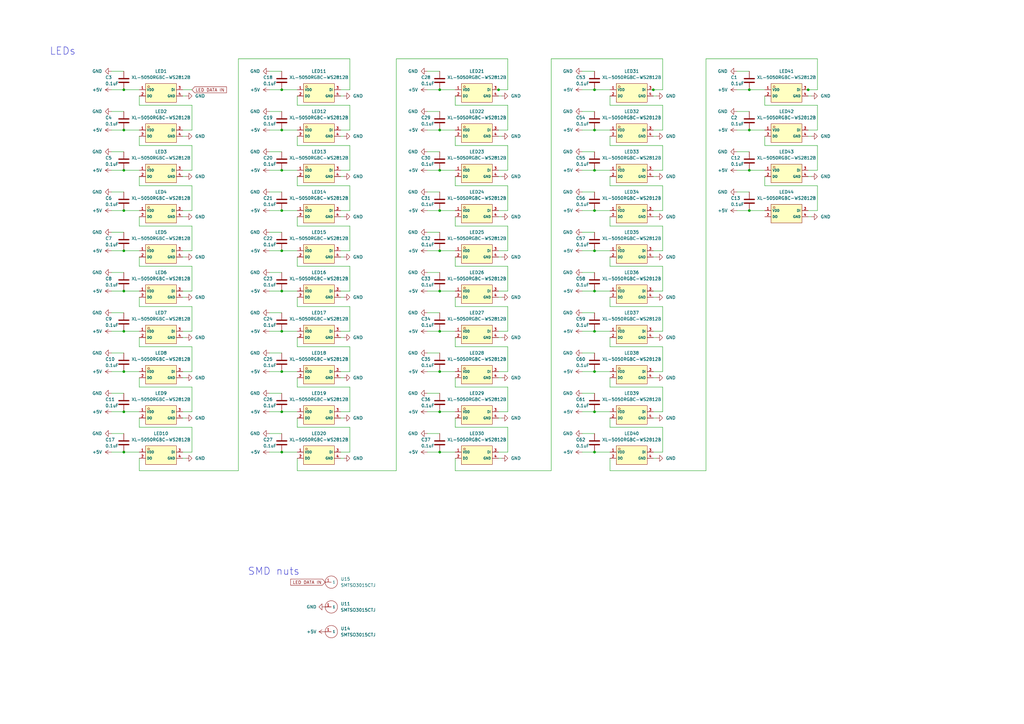
<source format=kicad_sch>
(kicad_sch (version 20230121) (generator eeschema)
  (paper "A3")
  (title_block (title "led-tube-extensionboard") (date "2023-10-02") (rev "0.1"))
  (junction (at 115.57 168.91))
  (junction (at 243.84 168.91))
  (junction (at 307.34 86.36))
  (junction (at 243.84 185.42))
  (junction (at 115.57 36.83))
  (junction (at 50.8 168.91))
  (junction (at 50.8 152.4))
  (junction (at 115.57 135.89))
  (junction (at 115.57 152.4))
  (junction (at 50.8 102.87))
  (junction (at 267.97 36.83))
  (junction (at 180.34 152.4))
  (junction (at 243.84 119.38))
  (junction (at 50.8 53.34))
  (junction (at 115.57 185.42))
  (junction (at 50.8 119.38))
  (junction (at 115.57 53.34))
  (junction (at 243.84 152.4))
  (junction (at 115.57 69.85))
  (junction (at 331.47 36.83))
  (junction (at 180.34 119.38))
  (junction (at 50.8 86.36))
  (junction (at 307.34 53.34))
  (junction (at 180.34 168.91))
  (junction (at 204.47 36.83))
  (junction (at 180.34 86.36))
  (junction (at 307.34 36.83))
  (junction (at 243.84 53.34))
  (junction (at 243.84 135.89))
  (junction (at 50.8 36.83))
  (junction (at 50.8 185.42))
  (junction (at 50.8 69.85))
  (junction (at 50.8 135.89))
  (junction (at 180.34 135.89))
  (junction (at 307.34 69.85))
  (junction (at 243.84 102.87))
  (junction (at 115.57 119.38))
  (junction (at 180.34 36.83))
  (junction (at 180.34 185.42))
  (junction (at 180.34 53.34))
  (junction (at 115.57 86.36))
  (junction (at 180.34 69.85))
  (junction (at 243.84 86.36))
  (junction (at 115.57 102.87))
  (junction (at 243.84 36.83))
  (junction (at 243.84 69.85))
  (junction (at 180.34 102.87))
  (wire (pts (xy 307.34 86.36) (xy 313.69 86.36)))
  (wire (pts (xy 74.93 88.9) (xy 76.2 88.9)))
  (wire (pts (xy 121.92 187.96) (xy 121.92 193.04)))
  (wire (pts (xy 208.28 135.89) (xy 204.47 135.89)))
  (wire (pts (xy 139.7 55.88) (xy 140.97 55.88)))
  (wire (pts (xy 238.76 95.25) (xy 243.84 95.25)))
  (wire (pts (xy 201.93 36.83) (xy 204.47 36.83)))
  (wire (pts (xy 110.49 45.72) (xy 115.57 45.72)))
  (wire (pts (xy 271.78 142.24) (xy 271.78 152.4)))
  (wire (pts (xy 74.93 36.83) (xy 78.74 36.83)))
  (wire (pts (xy 208.28 43.18) (xy 208.28 53.34)))
  (wire (pts (xy 121.92 59.69) (xy 143.51 59.69)))
  (wire (pts (xy 57.15 109.22) (xy 78.74 109.22)))
  (wire (pts (xy 243.84 185.42) (xy 250.19 185.42)))
  (wire (pts (xy 204.47 121.92) (xy 205.74 121.92)))
  (wire (pts (xy 250.19 105.41) (xy 250.19 109.22)))
  (wire (pts (xy 180.34 36.83) (xy 186.69 36.83)))
  (wire (pts (xy 250.19 187.96) (xy 250.19 193.04)))
  (wire (pts (xy 302.26 86.36) (xy 307.34 86.36)))
  (wire (pts (xy 45.72 144.78) (xy 50.8 144.78)))
  (wire (pts (xy 250.19 92.71) (xy 271.78 92.71)))
  (wire (pts (xy 78.74 69.85) (xy 74.93 69.85)))
  (wire (pts (xy 267.97 187.96) (xy 269.24 187.96)))
  (wire (pts (xy 50.8 53.34) (xy 57.15 53.34)))
  (wire (pts (xy 180.34 86.36) (xy 186.69 86.36)))
  (wire (pts (xy 186.69 138.43) (xy 186.69 142.24)))
  (wire (pts (xy 78.74 135.89) (xy 74.93 135.89)))
  (wire (pts (xy 250.19 142.24) (xy 271.78 142.24)))
  (wire (pts (xy 250.19 138.43) (xy 250.19 142.24)))
  (wire (pts (xy 50.8 36.83) (xy 57.15 36.83)))
  (wire (pts (xy 143.51 168.91) (xy 139.7 168.91)))
  (wire (pts (xy 110.49 135.89) (xy 115.57 135.89)))
  (wire (pts (xy 238.76 135.89) (xy 243.84 135.89)))
  (wire (pts (xy 307.34 53.34) (xy 313.69 53.34)))
  (wire (pts (xy 250.19 121.92) (xy 250.19 125.73)))
  (wire (pts (xy 74.93 105.41) (xy 76.2 105.41)))
  (wire (pts (xy 302.26 29.21) (xy 307.34 29.21)))
  (wire (pts (xy 121.92 88.9) (xy 121.92 92.71)))
  (wire (pts (xy 74.93 72.39) (xy 76.2 72.39)))
  (wire (pts (xy 208.28 24.13) (xy 208.28 36.83)))
  (wire (pts (xy 57.15 121.92) (xy 57.15 125.73)))
  (wire (pts (xy 57.15 55.88) (xy 57.15 59.69)))
  (wire (pts (xy 243.84 119.38) (xy 250.19 119.38)))
  (wire (pts (xy 110.49 62.23) (xy 115.57 62.23)))
  (wire (pts (xy 243.84 168.91) (xy 250.19 168.91)))
  (wire (pts (xy 115.57 185.42) (xy 121.92 185.42)))
  (wire (pts (xy 175.26 177.8) (xy 180.34 177.8)))
  (wire (pts (xy 243.84 36.83) (xy 250.19 36.83)))
  (wire (pts (xy 238.76 111.76) (xy 243.84 111.76)))
  (wire (pts (xy 186.69 92.71) (xy 208.28 92.71)))
  (wire (pts (xy 121.92 76.2) (xy 143.51 76.2)))
  (wire (pts (xy 50.8 135.89) (xy 57.15 135.89)))
  (wire (pts (xy 208.28 102.87) (xy 204.47 102.87)))
  (wire (pts (xy 97.79 24.13) (xy 143.51 24.13)))
  (wire (pts (xy 121.92 105.41) (xy 121.92 109.22)))
  (wire (pts (xy 250.19 109.22) (xy 271.78 109.22)))
  (wire (pts (xy 208.28 152.4) (xy 204.47 152.4)))
  (wire (pts (xy 331.47 72.39) (xy 332.74 72.39)))
  (wire (pts (xy 180.34 168.91) (xy 186.69 168.91)))
  (wire (pts (xy 208.28 125.73) (xy 208.28 135.89)))
  (wire (pts (xy 143.51 185.42) (xy 139.7 185.42)))
  (wire (pts (xy 57.15 105.41) (xy 57.15 109.22)))
  (wire (pts (xy 313.69 72.39) (xy 313.69 76.2)))
  (wire (pts (xy 121.92 193.04) (xy 162.56 193.04)))
  (wire (pts (xy 267.97 39.37) (xy 269.24 39.37)))
  (wire (pts (xy 186.69 187.96) (xy 186.69 193.04)))
  (wire (pts (xy 208.28 168.91) (xy 204.47 168.91)))
  (wire (pts (xy 175.26 69.85) (xy 180.34 69.85)))
  (wire (pts (xy 78.74 119.38) (xy 74.93 119.38)))
  (wire (pts (xy 139.7 187.96) (xy 140.97 187.96)))
  (wire (pts (xy 115.57 86.36) (xy 121.92 86.36)))
  (wire (pts (xy 97.79 193.04) (xy 97.79 24.13)))
  (wire (pts (xy 50.8 185.42) (xy 57.15 185.42)))
  (wire (pts (xy 267.97 36.83) (xy 271.78 36.83)))
  (wire (pts (xy 110.49 144.78) (xy 115.57 144.78)))
  (wire (pts (xy 57.15 92.71) (xy 78.74 92.71)))
  (wire (pts (xy 313.69 76.2) (xy 335.28 76.2)))
  (wire (pts (xy 45.72 29.21) (xy 50.8 29.21)))
  (wire (pts (xy 250.19 175.26) (xy 271.78 175.26)))
  (wire (pts (xy 57.15 142.24) (xy 78.74 142.24)))
  (wire (pts (xy 45.72 95.25) (xy 50.8 95.25)))
  (wire (pts (xy 110.49 102.87) (xy 115.57 102.87)))
  (wire (pts (xy 115.57 119.38) (xy 121.92 119.38)))
  (wire (pts (xy 238.76 161.29) (xy 243.84 161.29)))
  (wire (pts (xy 331.47 39.37) (xy 332.74 39.37)))
  (wire (pts (xy 271.78 92.71) (xy 271.78 102.87)))
  (wire (pts (xy 110.49 86.36) (xy 115.57 86.36)))
  (wire (pts (xy 180.34 185.42) (xy 186.69 185.42)))
  (wire (pts (xy 121.92 92.71) (xy 143.51 92.71)))
  (wire (pts (xy 74.93 55.88) (xy 76.2 55.88)))
  (wire (pts (xy 78.74 92.71) (xy 78.74 102.87)))
  (wire (pts (xy 74.93 171.45) (xy 76.2 171.45)))
  (wire (pts (xy 208.28 53.34) (xy 204.47 53.34)))
  (wire (pts (xy 238.76 128.27) (xy 243.84 128.27)))
  (wire (pts (xy 121.92 43.18) (xy 143.51 43.18)))
  (wire (pts (xy 250.19 43.18) (xy 271.78 43.18)))
  (wire (pts (xy 143.51 24.13) (xy 143.51 36.83)))
  (wire (pts (xy 115.57 102.87) (xy 121.92 102.87)))
  (wire (pts (xy 204.47 138.43) (xy 205.74 138.43)))
  (wire (pts (xy 57.15 158.75) (xy 78.74 158.75)))
  (wire (pts (xy 186.69 175.26) (xy 208.28 175.26)))
  (wire (pts (xy 74.93 138.43) (xy 76.2 138.43)))
  (wire (pts (xy 45.72 111.76) (xy 50.8 111.76)))
  (wire (pts (xy 204.47 187.96) (xy 205.74 187.96)))
  (wire (pts (xy 143.51 102.87) (xy 139.7 102.87)))
  (wire (pts (xy 50.8 69.85) (xy 57.15 69.85)))
  (wire (pts (xy 271.78 185.42) (xy 267.97 185.42)))
  (wire (pts (xy 45.72 135.89) (xy 50.8 135.89)))
  (wire (pts (xy 267.97 154.94) (xy 269.24 154.94)))
  (wire (pts (xy 250.19 158.75) (xy 271.78 158.75)))
  (wire (pts (xy 250.19 193.04) (xy 289.56 193.04)))
  (wire (pts (xy 121.92 175.26) (xy 143.51 175.26)))
  (wire (pts (xy 186.69 76.2) (xy 208.28 76.2)))
  (wire (pts (xy 302.26 78.74) (xy 307.34 78.74)))
  (wire (pts (xy 57.15 76.2) (xy 78.74 76.2)))
  (wire (pts (xy 204.47 72.39) (xy 205.74 72.39)))
  (wire (pts (xy 45.72 177.8) (xy 50.8 177.8)))
  (wire (pts (xy 121.92 55.88) (xy 121.92 59.69)))
  (wire (pts (xy 175.26 95.25) (xy 180.34 95.25)))
  (wire (pts (xy 50.8 102.87) (xy 57.15 102.87)))
  (wire (pts (xy 271.78 175.26) (xy 271.78 185.42)))
  (wire (pts (xy 78.74 185.42) (xy 74.93 185.42)))
  (wire (pts (xy 139.7 154.94) (xy 140.97 154.94)))
  (wire (pts (xy 110.49 69.85) (xy 115.57 69.85)))
  (wire (pts (xy 121.92 39.37) (xy 121.92 43.18)))
  (wire (pts (xy 175.26 152.4) (xy 180.34 152.4)))
  (wire (pts (xy 186.69 109.22) (xy 208.28 109.22)))
  (wire (pts (xy 175.26 36.83) (xy 180.34 36.83)))
  (wire (pts (xy 271.78 53.34) (xy 267.97 53.34)))
  (wire (pts (xy 238.76 62.23) (xy 243.84 62.23)))
  (wire (pts (xy 271.78 59.69) (xy 271.78 69.85)))
  (wire (pts (xy 238.76 78.74) (xy 243.84 78.74)))
  (wire (pts (xy 45.72 119.38) (xy 50.8 119.38)))
  (wire (pts (xy 115.57 53.34) (xy 121.92 53.34)))
  (wire (pts (xy 271.78 152.4) (xy 267.97 152.4)))
  (wire (pts (xy 110.49 95.25) (xy 115.57 95.25)))
  (wire (pts (xy 143.51 53.34) (xy 139.7 53.34)))
  (wire (pts (xy 45.72 128.27) (xy 50.8 128.27)))
  (wire (pts (xy 121.92 171.45) (xy 121.92 175.26)))
  (wire (pts (xy 175.26 111.76) (xy 180.34 111.76)))
  (wire (pts (xy 271.78 86.36) (xy 267.97 86.36)))
  (wire (pts (xy 186.69 72.39) (xy 186.69 76.2)))
  (wire (pts (xy 289.56 193.04) (xy 289.56 24.13)))
  (wire (pts (xy 271.78 158.75) (xy 271.78 168.91)))
  (wire (pts (xy 204.47 88.9) (xy 205.74 88.9)))
  (wire (pts (xy 175.26 168.91) (xy 180.34 168.91)))
  (wire (pts (xy 271.78 43.18) (xy 271.78 53.34)))
  (wire (pts (xy 267.97 121.92) (xy 269.24 121.92)))
  (wire (pts (xy 335.28 69.85) (xy 331.47 69.85)))
  (wire (pts (xy 175.26 62.23) (xy 180.34 62.23)))
  (wire (pts (xy 78.74 86.36) (xy 74.93 86.36)))
  (wire (pts (xy 208.28 185.42) (xy 204.47 185.42)))
  (wire (pts (xy 143.51 135.89) (xy 139.7 135.89)))
  (wire (pts (xy 175.26 78.74) (xy 180.34 78.74)))
  (wire (pts (xy 143.51 125.73) (xy 143.51 135.89)))
  (wire (pts (xy 250.19 55.88) (xy 250.19 59.69)))
  (wire (pts (xy 243.84 69.85) (xy 250.19 69.85)))
  (wire (pts (xy 175.26 102.87) (xy 180.34 102.87)))
  (wire (pts (xy 208.28 59.69) (xy 208.28 69.85)))
  (wire (pts (xy 143.51 92.71) (xy 143.51 102.87)))
  (wire (pts (xy 121.92 125.73) (xy 143.51 125.73)))
  (wire (pts (xy 331.47 36.83) (xy 335.28 36.83)))
  (wire (pts (xy 243.84 102.87) (xy 250.19 102.87)))
  (wire (pts (xy 208.28 109.22) (xy 208.28 119.38)))
  (wire (pts (xy 143.51 76.2) (xy 143.51 86.36)))
  (wire (pts (xy 50.8 168.91) (xy 57.15 168.91)))
  (wire (pts (xy 302.26 62.23) (xy 307.34 62.23)))
  (wire (pts (xy 204.47 55.88) (xy 205.74 55.88)))
  (wire (pts (xy 208.28 142.24) (xy 208.28 152.4)))
  (wire (pts (xy 78.74 53.34) (xy 74.93 53.34)))
  (wire (pts (xy 271.78 24.13) (xy 271.78 36.83)))
  (wire (pts (xy 74.93 121.92) (xy 76.2 121.92)))
  (wire (pts (xy 45.72 45.72) (xy 50.8 45.72)))
  (wire (pts (xy 307.34 36.83) (xy 313.69 36.83)))
  (wire (pts (xy 243.84 86.36) (xy 250.19 86.36)))
  (wire (pts (xy 115.57 152.4) (xy 121.92 152.4)))
  (wire (pts (xy 328.93 36.83) (xy 331.47 36.83)))
  (wire (pts (xy 238.76 86.36) (xy 243.84 86.36)))
  (wire (pts (xy 180.34 53.34) (xy 186.69 53.34)))
  (wire (pts (xy 175.26 185.42) (xy 180.34 185.42)))
  (wire (pts (xy 110.49 78.74) (xy 115.57 78.74)))
  (wire (pts (xy 267.97 88.9) (xy 269.24 88.9)))
  (wire (pts (xy 45.72 78.74) (xy 50.8 78.74)))
  (wire (pts (xy 78.74 142.24) (xy 78.74 152.4)))
  (wire (pts (xy 335.28 24.13) (xy 335.28 36.83)))
  (wire (pts (xy 186.69 171.45) (xy 186.69 175.26)))
  (wire (pts (xy 175.26 128.27) (xy 180.34 128.27)))
  (wire (pts (xy 208.28 69.85) (xy 204.47 69.85)))
  (wire (pts (xy 267.97 72.39) (xy 269.24 72.39)))
  (wire (pts (xy 121.92 121.92) (xy 121.92 125.73)))
  (wire (pts (xy 110.49 29.21) (xy 115.57 29.21)))
  (wire (pts (xy 57.15 39.37) (xy 57.15 43.18)))
  (wire (pts (xy 45.72 102.87) (xy 50.8 102.87)))
  (wire (pts (xy 271.78 119.38) (xy 267.97 119.38)))
  (wire (pts (xy 175.26 53.34) (xy 180.34 53.34)))
  (wire (pts (xy 271.78 76.2) (xy 271.78 86.36)))
  (wire (pts (xy 57.15 171.45) (xy 57.15 175.26)))
  (wire (pts (xy 267.97 138.43) (xy 269.24 138.43)))
  (wire (pts (xy 238.76 29.21) (xy 243.84 29.21)))
  (wire (pts (xy 110.49 168.91) (xy 115.57 168.91)))
  (wire (pts (xy 271.78 102.87) (xy 267.97 102.87)))
  (wire (pts (xy 302.26 45.72) (xy 307.34 45.72)))
  (wire (pts (xy 110.49 111.76) (xy 115.57 111.76)))
  (wire (pts (xy 78.74 125.73) (xy 78.74 135.89)))
  (wire (pts (xy 175.26 144.78) (xy 180.34 144.78)))
  (wire (pts (xy 238.76 119.38) (xy 243.84 119.38)))
  (wire (pts (xy 57.15 154.94) (xy 57.15 158.75)))
  (wire (pts (xy 139.7 72.39) (xy 140.97 72.39)))
  (wire (pts (xy 238.76 36.83) (xy 243.84 36.83)))
  (wire (pts (xy 250.19 88.9) (xy 250.19 92.71)))
  (wire (pts (xy 186.69 43.18) (xy 208.28 43.18)))
  (wire (pts (xy 238.76 144.78) (xy 243.84 144.78)))
  (wire (pts (xy 78.74 59.69) (xy 78.74 69.85)))
  (wire (pts (xy 204.47 36.83) (xy 208.28 36.83)))
  (wire (pts (xy 238.76 168.91) (xy 243.84 168.91)))
  (wire (pts (xy 115.57 36.83) (xy 121.92 36.83)))
  (wire (pts (xy 57.15 125.73) (xy 78.74 125.73)))
  (wire (pts (xy 110.49 185.42) (xy 115.57 185.42)))
  (wire (pts (xy 180.34 119.38) (xy 186.69 119.38)))
  (wire (pts (xy 162.56 24.13) (xy 208.28 24.13)))
  (wire (pts (xy 121.92 138.43) (xy 121.92 142.24)))
  (wire (pts (xy 115.57 135.89) (xy 121.92 135.89)))
  (wire (pts (xy 45.72 161.29) (xy 50.8 161.29)))
  (wire (pts (xy 186.69 158.75) (xy 208.28 158.75)))
  (wire (pts (xy 250.19 76.2) (xy 271.78 76.2)))
  (wire (pts (xy 302.26 53.34) (xy 307.34 53.34)))
  (wire (pts (xy 186.69 105.41) (xy 186.69 109.22)))
  (wire (pts (xy 78.74 168.91) (xy 74.93 168.91)))
  (wire (pts (xy 143.51 69.85) (xy 139.7 69.85)))
  (wire (pts (xy 57.15 59.69) (xy 78.74 59.69)))
  (wire (pts (xy 74.93 39.37) (xy 76.2 39.37)))
  (wire (pts (xy 238.76 177.8) (xy 243.84 177.8)))
  (wire (pts (xy 186.69 142.24) (xy 208.28 142.24)))
  (wire (pts (xy 74.93 187.96) (xy 76.2 187.96)))
  (wire (pts (xy 186.69 121.92) (xy 186.69 125.73)))
  (wire (pts (xy 121.92 158.75) (xy 143.51 158.75)))
  (wire (pts (xy 208.28 92.71) (xy 208.28 102.87)))
  (wire (pts (xy 175.26 135.89) (xy 180.34 135.89)))
  (wire (pts (xy 208.28 76.2) (xy 208.28 86.36)))
  (wire (pts (xy 57.15 187.96) (xy 57.15 193.04)))
  (wire (pts (xy 115.57 69.85) (xy 121.92 69.85)))
  (wire (pts (xy 121.92 154.94) (xy 121.92 158.75)))
  (wire (pts (xy 250.19 39.37) (xy 250.19 43.18)))
  (wire (pts (xy 271.78 135.89) (xy 267.97 135.89)))
  (wire (pts (xy 208.28 158.75) (xy 208.28 168.91)))
  (wire (pts (xy 186.69 59.69) (xy 208.28 59.69)))
  (wire (pts (xy 139.7 39.37) (xy 140.97 39.37)))
  (wire (pts (xy 175.26 45.72) (xy 180.34 45.72)))
  (wire (pts (xy 238.76 45.72) (xy 243.84 45.72)))
  (wire (pts (xy 204.47 105.41) (xy 205.74 105.41)))
  (wire (pts (xy 267.97 171.45) (xy 269.24 171.45)))
  (wire (pts (xy 143.51 43.18) (xy 143.51 53.34)))
  (wire (pts (xy 74.93 154.94) (xy 76.2 154.94)))
  (wire (pts (xy 143.51 109.22) (xy 143.51 119.38)))
  (wire (pts (xy 139.7 88.9) (xy 140.97 88.9)))
  (wire (pts (xy 57.15 88.9) (xy 57.15 92.71)))
  (wire (pts (xy 45.72 53.34) (xy 50.8 53.34)))
  (wire (pts (xy 162.56 193.04) (xy 162.56 24.13)))
  (wire (pts (xy 78.74 102.87) (xy 74.93 102.87)))
  (wire (pts (xy 115.57 168.91) (xy 121.92 168.91)))
  (wire (pts (xy 110.49 36.83) (xy 115.57 36.83)))
  (wire (pts (xy 208.28 119.38) (xy 204.47 119.38)))
  (wire (pts (xy 267.97 55.88) (xy 269.24 55.88)))
  (wire (pts (xy 186.69 125.73) (xy 208.28 125.73)))
  (wire (pts (xy 45.72 36.83) (xy 50.8 36.83)))
  (wire (pts (xy 243.84 53.34) (xy 250.19 53.34)))
  (wire (pts (xy 50.8 152.4) (xy 57.15 152.4)))
  (wire (pts (xy 57.15 72.39) (xy 57.15 76.2)))
  (wire (pts (xy 78.74 175.26) (xy 78.74 185.42)))
  (wire (pts (xy 186.69 154.94) (xy 186.69 158.75)))
  (wire (pts (xy 57.15 138.43) (xy 57.15 142.24)))
  (wire (pts (xy 204.47 171.45) (xy 205.74 171.45)))
  (wire (pts (xy 186.69 88.9) (xy 186.69 92.71)))
  (wire (pts (xy 143.51 175.26) (xy 143.51 185.42)))
  (wire (pts (xy 121.92 142.24) (xy 143.51 142.24)))
  (wire (pts (xy 110.49 161.29) (xy 115.57 161.29)))
  (wire (pts (xy 78.74 152.4) (xy 74.93 152.4)))
  (wire (pts (xy 143.51 158.75) (xy 143.51 168.91)))
  (wire (pts (xy 313.69 43.18) (xy 335.28 43.18)))
  (wire (pts (xy 302.26 36.83) (xy 307.34 36.83)))
  (wire (pts (xy 121.92 109.22) (xy 143.51 109.22)))
  (wire (pts (xy 78.74 76.2) (xy 78.74 86.36)))
  (wire (pts (xy 110.49 152.4) (xy 115.57 152.4)))
  (wire (pts (xy 78.74 158.75) (xy 78.74 168.91)))
  (wire (pts (xy 175.26 119.38) (xy 180.34 119.38)))
  (wire (pts (xy 50.8 119.38) (xy 57.15 119.38)))
  (wire (pts (xy 335.28 43.18) (xy 335.28 53.34)))
  (wire (pts (xy 121.92 72.39) (xy 121.92 76.2)))
  (wire (pts (xy 307.34 69.85) (xy 313.69 69.85)))
  (wire (pts (xy 250.19 125.73) (xy 271.78 125.73)))
  (wire (pts (xy 50.8 86.36) (xy 57.15 86.36)))
  (wire (pts (xy 143.51 86.36) (xy 139.7 86.36)))
  (wire (pts (xy 331.47 88.9) (xy 332.74 88.9)))
  (wire (pts (xy 139.7 105.41) (xy 140.97 105.41)))
  (wire (pts (xy 313.69 55.88) (xy 313.69 59.69)))
  (wire (pts (xy 45.72 168.91) (xy 50.8 168.91)))
  (wire (pts (xy 226.06 24.13) (xy 271.78 24.13)))
  (wire (pts (xy 335.28 59.69) (xy 335.28 69.85)))
  (wire (pts (xy 57.15 193.04) (xy 97.79 193.04)))
  (wire (pts (xy 110.49 128.27) (xy 115.57 128.27)))
  (wire (pts (xy 335.28 53.34) (xy 331.47 53.34)))
  (wire (pts (xy 331.47 55.88) (xy 332.74 55.88)))
  (wire (pts (xy 175.26 86.36) (xy 180.34 86.36)))
  (wire (pts (xy 250.19 72.39) (xy 250.19 76.2)))
  (wire (pts (xy 186.69 55.88) (xy 186.69 59.69)))
  (wire (pts (xy 139.7 121.92) (xy 140.97 121.92)))
  (wire (pts (xy 143.51 142.24) (xy 143.51 152.4)))
  (wire (pts (xy 78.74 43.18) (xy 78.74 53.34)))
  (wire (pts (xy 271.78 125.73) (xy 271.78 135.89)))
  (wire (pts (xy 78.74 109.22) (xy 78.74 119.38)))
  (wire (pts (xy 313.69 39.37) (xy 313.69 43.18)))
  (wire (pts (xy 250.19 154.94) (xy 250.19 158.75)))
  (wire (pts (xy 238.76 69.85) (xy 243.84 69.85)))
  (wire (pts (xy 110.49 177.8) (xy 115.57 177.8)))
  (wire (pts (xy 57.15 175.26) (xy 78.74 175.26)))
  (wire (pts (xy 302.26 69.85) (xy 307.34 69.85)))
  (wire (pts (xy 335.28 86.36) (xy 331.47 86.36)))
  (wire (pts (xy 143.51 152.4) (xy 139.7 152.4)))
  (wire (pts (xy 250.19 59.69) (xy 271.78 59.69)))
  (wire (pts (xy 271.78 168.91) (xy 267.97 168.91)))
  (wire (pts (xy 143.51 59.69) (xy 143.51 69.85)))
  (wire (pts (xy 139.7 138.43) (xy 140.97 138.43)))
  (wire (pts (xy 335.28 76.2) (xy 335.28 86.36)))
  (wire (pts (xy 110.49 53.34) (xy 115.57 53.34)))
  (wire (pts (xy 204.47 39.37) (xy 205.74 39.37)))
  (wire (pts (xy 45.72 62.23) (xy 50.8 62.23)))
  (wire (pts (xy 204.47 154.94) (xy 205.74 154.94)))
  (wire (pts (xy 208.28 175.26) (xy 208.28 185.42)))
  (wire (pts (xy 238.76 53.34) (xy 243.84 53.34)))
  (wire (pts (xy 226.06 193.04) (xy 226.06 24.13)))
  (wire (pts (xy 45.72 185.42) (xy 50.8 185.42)))
  (wire (pts (xy 45.72 69.85) (xy 50.8 69.85)))
  (wire (pts (xy 243.84 152.4) (xy 250.19 152.4)))
  (wire (pts (xy 180.34 135.89) (xy 186.69 135.89)))
  (wire (pts (xy 271.78 69.85) (xy 267.97 69.85)))
  (wire (pts (xy 186.69 39.37) (xy 186.69 43.18)))
  (wire (pts (xy 186.69 193.04) (xy 226.06 193.04)))
  (wire (pts (xy 267.97 105.41) (xy 269.24 105.41)))
  (wire (pts (xy 250.19 171.45) (xy 250.19 175.26)))
  (wire (pts (xy 45.72 152.4) (xy 50.8 152.4)))
  (wire (pts (xy 271.78 109.22) (xy 271.78 119.38)))
  (wire (pts (xy 265.43 36.83) (xy 267.97 36.83)))
  (wire (pts (xy 45.72 86.36) (xy 50.8 86.36)))
  (wire (pts (xy 243.84 135.89) (xy 250.19 135.89)))
  (wire (pts (xy 139.7 36.83) (xy 143.51 36.83)))
  (wire (pts (xy 175.26 29.21) (xy 180.34 29.21)))
  (wire (pts (xy 238.76 152.4) (xy 243.84 152.4)))
  (wire (pts (xy 110.49 119.38) (xy 115.57 119.38)))
  (wire (pts (xy 180.34 69.85) (xy 186.69 69.85)))
  (wire (pts (xy 175.26 161.29) (xy 180.34 161.29)))
  (wire (pts (xy 180.34 152.4) (xy 186.69 152.4)))
  (wire (pts (xy 208.28 86.36) (xy 204.47 86.36)))
  (wire (pts (xy 57.15 43.18) (xy 78.74 43.18)))
  (wire (pts (xy 289.56 24.13) (xy 335.28 24.13)))
  (wire (pts (xy 180.34 102.87) (xy 186.69 102.87)))
  (wire (pts (xy 238.76 102.87) (xy 243.84 102.87)))
  (wire (pts (xy 238.76 185.42) (xy 243.84 185.42)))
  (wire (pts (xy 313.69 59.69) (xy 335.28 59.69)))
  (wire (pts (xy 139.7 171.45) (xy 140.97 171.45)))
  (wire (pts (xy 143.51 119.38) (xy 139.7 119.38)))
  (text "SMD nuts" (at 101.6 236.22 0) (effects (font (size 3 3)) (justify left bottom)))
  (text "LEDs" (at 20.32 22.86 0) (effects (font (size 3 3)) (justify left bottom)))
  (global_label "LED DATA IN" (shape input) (at 78.74 36.83 0) (property "Intersheetrefs" "${INTERSHEET_REFS}" (effects hide)))
  (global_label "LED DATA IN" (shape input) (at 133.35 238.76 180) (property "Intersheetrefs" "${INTERSHEET_REFS}" (effects hide)))
  (symbol (lib_id "power:GND") (at 205.74 88.9 90) (unit 1)
    (property "Reference" "#PWR0213" (effects hide))
    (property "Value" "GND" (at 209.55 88.8999 90) (effects (justify right)))
  )
  (symbol (lib_id "power:GND") (at 175.26 128.27 270) (unit 1)
    (property "Reference" "#PWR0190" (effects hide))
    (property "Value" "GND" (at 171.45 128.2699 90) (effects (justify right)))
  )
  (symbol (lib_id "GLOWINGKITTYPARTS:XL-5050RGBC-WS2812B") (at 66.04 41.91 0) (unit 1)
    (property "Reference" "LED2" (at 66.04 45.72 0))
    (property "Value" "XL-5050RGBC-WS2812B" (at 66.04 48.26 0))
    (property "Footprint" "LED_SMD:LED_WS2812B_PLCC4_5.0x5.0mm_P3.2mm" (effects hide))
    (property "Datasheet" "https://atta.szlcsc.com/upload/public/pdf/source/20210708/C2843785_2CEFABF204E2EF27FCE5F6F9FD929633.pdf" (effects hide))
    (property "LCSC #" "C2843785" (effects hide))
  )
  (symbol (lib_id "Device:C") (at 243.84 181.61 0) (unit 1)
    (property "Reference" "C62" (at 236.22 180.34 0) (effects (justify left)))
    (property "Value" "0.1uF" (at 236.22 182.88 0) (effects (justify left)))
    (property "Footprint" "Capacitor_SMD:C_0603_1608Metric_Pad1.08x0.95mm_HandSolder" (effects hide))
  )
  (symbol (lib_id "GLOWINGKITTYPARTS:SMTSO3015CTJ") (at 135.89 232.41 0) (unit 1)
    (property "Reference" "U15" (at 139.7 237.49 0) (effects (justify left)))
    (property "Value" "SMTSO3015CTJ" (at 139.7 240.03 0) (effects (justify left)))
    (property "Footprint" "footprint:SMTSO3030CTJ" (effects hide))
    (property "Datasheet" "https://img.jlc.com/pdf/applyPasteComponent/2021-07-26/212394W/84600014a36a49d2b26ab413315c8aa0/SINHOO%E7%94%B5%E8%B7%AF%E6%9D%BF%E8%A1%A8%E8%B4%B4%E8%9E%BA%E6%AF%8D%E6%9F%B1PCBSMDNuts.pdf" (effects hide))
    (property "LCSC #" "C2915308" (effects hide))
  )
  (symbol (lib_id "Device:C") (at 180.34 165.1 0) (unit 1)
    (property "Reference" "C36" (at 172.72 163.83 0) (effects (justify left)))
    (property "Value" "0.1uF" (at 172.72 166.37 0) (effects (justify left)))
    (property "Footprint" "Capacitor_SMD:C_0603_1608Metric_Pad1.08x0.95mm_HandSolder" (effects hide))
  )
  (symbol (lib_id "power:GND") (at 76.2 55.88 90) (unit 1)
    (property "Reference" "#PWR0136" (effects hide))
    (property "Value" "GND" (at 80.01 55.8799 90) (effects (justify right)))
  )
  (symbol (lib_id "Device:C") (at 50.8 165.1 0) (unit 1)
    (property "Reference" "C11" (at 43.18 163.83 0) (effects (justify left)))
    (property "Value" "0.1uF" (at 43.18 166.37 0) (effects (justify left)))
    (property "Footprint" "Capacitor_SMD:C_0603_1608Metric_Pad1.08x0.95mm_HandSolder" (effects hide))
  )
  (symbol (lib_id "Device:C") (at 307.34 66.04 0) (unit 1)
    (property "Reference" "C12" (at 299.72 64.77 0) (effects (justify left)))
    (property "Value" "0.1uF" (at 299.72 67.31 0) (effects (justify left)))
    (property "Footprint" "Capacitor_SMD:C_0603_1608Metric_Pad1.08x0.95mm_HandSolder" (effects hide))
  )
  (symbol (lib_id "Device:C") (at 50.8 82.55 0) (unit 1)
    (property "Reference" "C6" (at 43.18 81.28 0) (effects (justify left)))
    (property "Value" "0.1uF" (at 43.18 83.82 0) (effects (justify left)))
    (property "Footprint" "Capacitor_SMD:C_0603_1608Metric_Pad1.08x0.95mm_HandSolder" (effects hide))
  )
  (symbol (lib_id "power:+5V") (at 175.26 36.83 90) (unit 1)
    (property "Reference" "#PWR0204" (effects hide))
    (property "Value" "+5V" (at 171.45 36.8299 90) (effects (justify left)))
  )
  (symbol (lib_id "GLOWINGKITTYPARTS:XL-5050RGBC-WS2812B") (at 195.58 91.44 0) (unit 1)
    (property "Reference" "LED25" (at 195.58 95.25 0))
    (property "Value" "XL-5050RGBC-WS2812B" (at 195.58 97.79 0))
    (property "Footprint" "LED_SMD:LED_WS2812B_PLCC4_5.0x5.0mm_P3.2mm" (effects hide))
    (property "Datasheet" "https://atta.szlcsc.com/upload/public/pdf/source/20210708/C2843785_2CEFABF204E2EF27FCE5F6F9FD929633.pdf" (effects hide))
    (property "LCSC #" "C2843785" (effects hide))
  )
  (symbol (lib_id "power:+5V") (at 45.72 102.87 90) (unit 1)
    (property "Reference" "#PWR0182" (effects hide))
    (property "Value" "+5V" (at 41.91 102.8699 90) (effects (justify left)))
  )
  (symbol (lib_id "Device:C") (at 180.34 181.61 0) (unit 1)
    (property "Reference" "C37" (at 172.72 180.34 0) (effects (justify left)))
    (property "Value" "0.1uF" (at 172.72 182.88 0) (effects (justify left)))
    (property "Footprint" "Capacitor_SMD:C_0603_1608Metric_Pad1.08x0.95mm_HandSolder" (effects hide))
  )
  (symbol (lib_id "power:+5V") (at 45.72 36.83 90) (unit 1)
    (property "Reference" "#PWR0134" (effects hide))
    (property "Value" "+5V" (at 41.91 36.8299 90) (effects (justify left)))
  )
  (symbol (lib_id "power:GND") (at 238.76 29.21 270) (unit 1)
    (property "Reference" "#PWR0239" (effects hide))
    (property "Value" "GND" (at 234.95 29.2099 90) (effects (justify right)))
  )
  (symbol (lib_id "power:GND") (at 269.24 187.96 90) (unit 1)
    (property "Reference" "#PWR0242" (effects hide))
    (property "Value" "GND" (at 273.05 187.9599 90) (effects (justify right)))
  )
  (symbol (lib_id "power:GND") (at 205.74 72.39 90) (unit 1)
    (property "Reference" "#PWR0200" (effects hide))
    (property "Value" "GND" (at 209.55 72.3899 90) (effects (justify right)))
  )
  (symbol (lib_id "Device:C") (at 115.57 115.57 0) (unit 1)
    (property "Reference" "C23" (at 107.95 114.3 0) (effects (justify left)))
    (property "Value" "0.1uF" (at 107.95 116.84 0) (effects (justify left)))
    (property "Footprint" "Capacitor_SMD:C_0603_1608Metric_Pad1.08x0.95mm_HandSolder" (effects hide))
  )
  (symbol (lib_id "power:GND") (at 45.72 111.76 270) (unit 1)
    (property "Reference" "#PWR0160" (effects hide))
    (property "Value" "GND" (at 41.91 111.7599 90) (effects (justify right)))
  )
  (symbol (lib_id "GLOWINGKITTYPARTS:XL-5050RGBC-WS2812B") (at 66.04 91.44 0) (unit 1)
    (property "Reference" "LED5" (at 66.04 95.25 0))
    (property "Value" "XL-5050RGBC-WS2812B" (at 66.04 97.79 0))
    (property "Footprint" "LED_SMD:LED_WS2812B_PLCC4_5.0x5.0mm_P3.2mm" (effects hide))
    (property "Datasheet" "https://atta.szlcsc.com/upload/public/pdf/source/20210708/C2843785_2CEFABF204E2EF27FCE5F6F9FD929633.pdf" (effects hide))
    (property "LCSC #" "C2843785" (effects hide))
  )
  (symbol (lib_id "GLOWINGKITTYPARTS:SMTSO3015CTJ") (at 135.89 242.57 0) (unit 1)
    (property "Reference" "U11" (at 139.7 247.65 0) (effects (justify left)))
    (property "Value" "SMTSO3015CTJ" (at 139.7 250.19 0) (effects (justify left)))
    (property "Footprint" "footprint:SMTSO3030CTJ" (effects hide))
    (property "Datasheet" "https://img.jlc.com/pdf/applyPasteComponent/2021-07-26/212394W/84600014a36a49d2b26ab413315c8aa0/SINHOO%E7%94%B5%E8%B7%AF%E6%9D%BF%E8%A1%A8%E8%B4%B4%E8%9E%BA%E6%AF%8D%E6%9F%B1PCBSMDNuts.pdf" (effects hide))
    (property "LCSC #" "C2915308" (effects hide))
  )
  (symbol (lib_id "Device:C") (at 115.57 33.02 0) (unit 1)
    (property "Reference" "C18" (at 107.95 31.75 0) (effects (justify left)))
    (property "Value" "0.1uF" (at 107.95 34.29 0) (effects (justify left)))
    (property "Footprint" "Capacitor_SMD:C_0603_1608Metric_Pad1.08x0.95mm_HandSolder" (effects hide))
  )
  (symbol (lib_id "Device:C") (at 115.57 165.1 0) (unit 1)
    (property "Reference" "C26" (at 107.95 163.83 0) (effects (justify left)))
    (property "Value" "0.1uF" (at 107.95 166.37 0) (effects (justify left)))
    (property "Footprint" "Capacitor_SMD:C_0603_1608Metric_Pad1.08x0.95mm_HandSolder" (effects hide))
  )
  (symbol (lib_id "GLOWINGKITTYPARTS:XL-5050RGBC-WS2812B") (at 66.04 124.46 0) (unit 1)
    (property "Reference" "LED7" (at 66.04 128.27 0))
    (property "Value" "XL-5050RGBC-WS2812B" (at 66.04 130.81 0))
    (property "Footprint" "LED_SMD:LED_WS2812B_PLCC4_5.0x5.0mm_P3.2mm" (effects hide))
    (property "Datasheet" "https://atta.szlcsc.com/upload/public/pdf/source/20210708/C2843785_2CEFABF204E2EF27FCE5F6F9FD929633.pdf" (effects hide))
    (property "LCSC #" "C2843785" (effects hide))
  )
  (symbol (lib_id "power:GND") (at 269.24 171.45 90) (unit 1)
    (property "Reference" "#PWR0227" (effects hide))
    (property "Value" "GND" (at 273.05 171.4499 90) (effects (justify right)))
  )
  (symbol (lib_id "Device:C") (at 243.84 165.1 0) (unit 1)
    (property "Reference" "C61" (at 236.22 163.83 0) (effects (justify left)))
    (property "Value" "0.1uF" (at 236.22 166.37 0) (effects (justify left)))
    (property "Footprint" "Capacitor_SMD:C_0603_1608Metric_Pad1.08x0.95mm_HandSolder" (effects hide))
  )
  (symbol (lib_id "power:+5V") (at 238.76 36.83 90) (unit 1)
    (property "Reference" "#PWR0232" (effects hide))
    (property "Value" "+5V" (at 234.95 36.8299 90) (effects (justify left)))
  )
  (symbol (lib_id "Device:C") (at 243.84 33.02 0) (unit 1)
    (property "Reference" "C53" (at 236.22 31.75 0) (effects (justify left)))
    (property "Value" "0.1uF" (at 236.22 34.29 0) (effects (justify left)))
    (property "Footprint" "Capacitor_SMD:C_0603_1608Metric_Pad1.08x0.95mm_HandSolder" (effects hide))
  )
  (symbol (lib_id "Device:C") (at 50.8 33.02 0) (unit 1)
    (property "Reference" "C3" (at 43.18 31.75 0) (effects (justify left)))
    (property "Value" "0.1uF" (at 43.18 34.29 0) (effects (justify left)))
    (property "Footprint" "Capacitor_SMD:C_0603_1608Metric_Pad1.08x0.95mm_HandSolder" (effects hide))
  )
  (symbol (lib_id "power:+5V") (at 110.49 152.4 90) (unit 1)
    (property "Reference" "#PWR0170" (effects hide))
    (property "Value" "+5V" (at 106.68 152.3999 90) (effects (justify left)))
  )
  (symbol (lib_id "power:GND") (at 110.49 29.21 270) (unit 1)
    (property "Reference" "#PWR0115" (effects hide))
    (property "Value" "GND" (at 106.68 29.2099 90) (effects (justify right)))
  )
  (symbol (lib_id "power:GND") (at 205.74 171.45 90) (unit 1)
    (property "Reference" "#PWR0208" (effects hide))
    (property "Value" "GND" (at 209.55 171.4499 90) (effects (justify right)))
  )
  (symbol (lib_id "Device:C") (at 50.8 115.57 0) (unit 1)
    (property "Reference" "C8" (at 43.18 114.3 0) (effects (justify left)))
    (property "Value" "0.1uF" (at 43.18 116.84 0) (effects (justify left)))
    (property "Footprint" "Capacitor_SMD:C_0603_1608Metric_Pad1.08x0.95mm_HandSolder" (effects hide))
  )
  (symbol (lib_id "GLOWINGKITTYPARTS:XL-5050RGBC-WS2812B") (at 259.08 91.44 0) (unit 1)
    (property "Reference" "LED35" (at 259.08 95.25 0))
    (property "Value" "XL-5050RGBC-WS2812B" (at 259.08 97.79 0))
    (property "Footprint" "LED_SMD:LED_WS2812B_PLCC4_5.0x5.0mm_P3.2mm" (effects hide))
    (property "Datasheet" "https://atta.szlcsc.com/upload/public/pdf/source/20210708/C2843785_2CEFABF204E2EF27FCE5F6F9FD929633.pdf" (effects hide))
    (property "LCSC #" "C2843785" (effects hide))
  )
  (symbol (lib_id "GLOWINGKITTYPARTS:XL-5050RGBC-WS2812B") (at 130.81 107.95 0) (unit 1)
    (property "Reference" "LED16" (at 130.81 111.76 0))
    (property "Value" "XL-5050RGBC-WS2812B" (at 130.81 114.3 0))
    (property "Footprint" "LED_SMD:LED_WS2812B_PLCC4_5.0x5.0mm_P3.2mm" (effects hide))
    (property "Datasheet" "https://atta.szlcsc.com/upload/public/pdf/source/20210708/C2843785_2CEFABF204E2EF27FCE5F6F9FD929633.pdf" (effects hide))
    (property "LCSC #" "C2843785" (effects hide))
  )
  (symbol (lib_id "GLOWINGKITTYPARTS:XL-5050RGBC-WS2812B") (at 322.58 41.91 0) (unit 1)
    (property "Reference" "LED42" (at 322.58 45.72 0))
    (property "Value" "XL-5050RGBC-WS2812B" (at 322.58 48.26 0))
    (property "Footprint" "LED_SMD:LED_WS2812B_PLCC4_5.0x5.0mm_P3.2mm" (effects hide))
    (property "Datasheet" "https://atta.szlcsc.com/upload/public/pdf/source/20210708/C2843785_2CEFABF204E2EF27FCE5F6F9FD929633.pdf" (effects hide))
    (property "LCSC #" "C2843785" (effects hide))
  )
  (symbol (lib_id "power:+5V") (at 110.49 86.36 90) (unit 1)
    (property "Reference" "#PWR0110" (effects hide))
    (property "Value" "+5V" (at 106.68 86.3599 90) (effects (justify left)))
  )
  (symbol (lib_id "GLOWINGKITTYPARTS:XL-5050RGBC-WS2812B") (at 130.81 124.46 0) (unit 1)
    (property "Reference" "LED17" (at 130.81 128.27 0))
    (property "Value" "XL-5050RGBC-WS2812B" (at 130.81 130.81 0))
    (property "Footprint" "LED_SMD:LED_WS2812B_PLCC4_5.0x5.0mm_P3.2mm" (effects hide))
    (property "Datasheet" "https://atta.szlcsc.com/upload/public/pdf/source/20210708/C2843785_2CEFABF204E2EF27FCE5F6F9FD929633.pdf" (effects hide))
    (property "LCSC #" "C2843785" (effects hide))
  )
  (symbol (lib_id "Device:C") (at 115.57 99.06 0) (unit 1)
    (property "Reference" "C22" (at 107.95 97.79 0) (effects (justify left)))
    (property "Value" "0.1uF" (at 107.95 100.33 0) (effects (justify left)))
    (property "Footprint" "Capacitor_SMD:C_0603_1608Metric_Pad1.08x0.95mm_HandSolder" (effects hide))
  )
  (symbol (lib_id "power:GND") (at 110.49 161.29 270) (unit 1)
    (property "Reference" "#PWR0169" (effects hide))
    (property "Value" "GND" (at 106.68 161.2899 90) (effects (justify right)))
  )
  (symbol (lib_id "power:GND") (at 140.97 55.88 90) (unit 1)
    (property "Reference" "#PWR0124" (effects hide))
    (property "Value" "GND" (at 144.78 55.8799 90) (effects (justify right)))
  )
  (symbol (lib_id "power:GND") (at 302.26 45.72 270) (unit 1)
    (property "Reference" "#PWR03" (effects hide))
    (property "Value" "GND" (at 298.45 45.7199 90) (effects (justify right)))
  )
  (symbol (lib_id "GLOWINGKITTYPARTS:XL-5050RGBC-WS2812B") (at 66.04 58.42 0) (unit 1)
    (property "Reference" "LED3" (at 66.04 62.23 0))
    (property "Value" "XL-5050RGBC-WS2812B" (at 66.04 64.77 0))
    (property "Footprint" "LED_SMD:LED_WS2812B_PLCC4_5.0x5.0mm_P3.2mm" (effects hide))
    (property "Datasheet" "https://atta.szlcsc.com/upload/public/pdf/source/20210708/C2843785_2CEFABF204E2EF27FCE5F6F9FD929633.pdf" (effects hide))
    (property "LCSC #" "C2843785" (effects hide))
  )
  (symbol (lib_id "GLOWINGKITTYPARTS:XL-5050RGBC-WS2812B") (at 259.08 25.4 0) (unit 1)
    (property "Reference" "LED31" (at 259.08 29.21 0))
    (property "Value" "XL-5050RGBC-WS2812B" (at 259.08 31.75 0))
    (property "Footprint" "LED_SMD:LED_WS2812B_PLCC4_5.0x5.0mm_P3.2mm" (effects hide))
    (property "Datasheet" "https://atta.szlcsc.com/upload/public/pdf/source/20210708/C2843785_2CEFABF204E2EF27FCE5F6F9FD929633.pdf" (effects hide))
    (property "LCSC #" "C2843785" (effects hide))
  )
  (symbol (lib_id "power:GND") (at 175.26 177.8 270) (unit 1)
    (property "Reference" "#PWR0196" (effects hide))
    (property "Value" "GND" (at 171.45 177.7999 90) (effects (justify right)))
  )
  (symbol (lib_id "Device:C") (at 180.34 148.59 0) (unit 1)
    (property "Reference" "C35" (at 172.72 147.32 0) (effects (justify left)))
    (property "Value" "0.1uF" (at 172.72 149.86 0) (effects (justify left)))
    (property "Footprint" "Capacitor_SMD:C_0603_1608Metric_Pad1.08x0.95mm_HandSolder" (effects hide))
  )
  (symbol (lib_id "power:+5V") (at 175.26 185.42 90) (unit 1)
    (property "Reference" "#PWR0194" (effects hide))
    (property "Value" "+5V" (at 171.45 185.4199 90) (effects (justify left)))
  )
  (symbol (lib_id "Device:C") (at 115.57 132.08 0) (unit 1)
    (property "Reference" "C24" (at 107.95 130.81 0) (effects (justify left)))
    (property "Value" "0.1uF" (at 107.95 133.35 0) (effects (justify left)))
    (property "Footprint" "Capacitor_SMD:C_0603_1608Metric_Pad1.08x0.95mm_HandSolder" (effects hide))
  )
  (symbol (lib_id "power:+5V") (at 110.49 119.38 90) (unit 1)
    (property "Reference" "#PWR0174" (effects hide))
    (property "Value" "+5V" (at 106.68 119.3799 90) (effects (justify left)))
  )
  (symbol (lib_id "power:+5V") (at 45.72 152.4 90) (unit 1)
    (property "Reference" "#PWR0153" (effects hide))
    (property "Value" "+5V" (at 41.91 152.3999 90) (effects (justify left)))
  )
  (symbol (lib_id "GLOWINGKITTYPARTS:XL-5050RGBC-WS2812B") (at 259.08 58.42 0) (unit 1)
    (property "Reference" "LED33" (at 259.08 62.23 0))
    (property "Value" "XL-5050RGBC-WS2812B" (at 259.08 64.77 0))
    (property "Footprint" "LED_SMD:LED_WS2812B_PLCC4_5.0x5.0mm_P3.2mm" (effects hide))
    (property "Datasheet" "https://atta.szlcsc.com/upload/public/pdf/source/20210708/C2843785_2CEFABF204E2EF27FCE5F6F9FD929633.pdf" (effects hide))
    (property "LCSC #" "C2843785" (effects hide))
  )
  (symbol (lib_id "Device:C") (at 115.57 49.53 0) (unit 1)
    (property "Reference" "C19" (at 107.95 48.26 0) (effects (justify left)))
    (property "Value" "0.1uF" (at 107.95 50.8 0) (effects (justify left)))
    (property "Footprint" "Capacitor_SMD:C_0603_1608Metric_Pad1.08x0.95mm_HandSolder" (effects hide))
  )
  (symbol (lib_id "power:GND") (at 332.74 55.88 90) (unit 1)
    (property "Reference" "#PWR024" (effects hide))
    (property "Value" "GND" (at 336.55 55.8799 90) (effects (justify right)))
  )
  (symbol (lib_id "power:GND") (at 140.97 171.45 90) (unit 1)
    (property "Reference" "#PWR0128" (effects hide))
    (property "Value" "GND" (at 144.78 171.4499 90) (effects (justify right)))
  )
  (symbol (lib_id "power:GND") (at 269.24 55.88 90) (unit 1)
    (property "Reference" "#PWR0236" (effects hide))
    (property "Value" "GND" (at 273.05 55.8799 90) (effects (justify right)))
  )
  (symbol (lib_id "power:GND") (at 76.2 105.41 90) (unit 1)
    (property "Reference" "#PWR0184" (effects hide))
    (property "Value" "GND" (at 80.01 105.4099 90) (effects (justify right)))
  )
  (symbol (lib_id "power:GND") (at 76.2 154.94 90) (unit 1)
    (property "Reference" "#PWR0158" (effects hide))
    (property "Value" "GND" (at 80.01 154.9399 90) (effects (justify right)))
  )
  (symbol (lib_id "power:+5V") (at 175.26 69.85 90) (unit 1)
    (property "Reference" "#PWR0202" (effects hide))
    (property "Value" "+5V" (at 171.45 69.8499 90) (effects (justify left)))
  )
  (symbol (lib_id "GLOWINGKITTYPARTS:XL-5050RGBC-WS2812B") (at 66.04 140.97 0) (unit 1)
    (property "Reference" "LED8" (at 66.04 144.78 0))
    (property "Value" "XL-5050RGBC-WS2812B" (at 66.04 147.32 0))
    (property "Footprint" "LED_SMD:LED_WS2812B_PLCC4_5.0x5.0mm_P3.2mm" (effects hide))
    (property "Datasheet" "https://atta.szlcsc.com/upload/public/pdf/source/20210708/C2843785_2CEFABF204E2EF27FCE5F6F9FD929633.pdf" (effects hide))
    (property "LCSC #" "C2843785" (effects hide))
  )
  (symbol (lib_id "GLOWINGKITTYPARTS:SMTSO3015CTJ") (at 135.89 252.73 0) (unit 1)
    (property "Reference" "U14" (at 139.7 257.81 0) (effects (justify left)))
    (property "Value" "SMTSO3015CTJ" (at 139.7 260.35 0) (effects (justify left)))
    (property "Footprint" "footprint:SMTSO3030CTJ" (effects hide))
    (property "Datasheet" "https://img.jlc.com/pdf/applyPasteComponent/2021-07-26/212394W/84600014a36a49d2b26ab413315c8aa0/SINHOO%E7%94%B5%E8%B7%AF%E6%9D%BF%E8%A1%A8%E8%B4%B4%E8%9E%BA%E6%AF%8D%E6%9F%B1PCBSMDNuts.pdf" (effects hide))
    (property "LCSC #" "C2915308" (effects hide))
  )
  (symbol (lib_id "power:GND") (at 269.24 88.9 90) (unit 1)
    (property "Reference" "#PWR0219" (effects hide))
    (property "Value" "GND" (at 273.05 88.8999 90) (effects (justify right)))
  )
  (symbol (lib_id "power:+5V") (at 45.72 86.36 90) (unit 1)
    (property "Reference" "#PWR0179" (effects hide))
    (property "Value" "+5V" (at 41.91 86.3599 90) (effects (justify left)))
  )
  (symbol (lib_id "GLOWINGKITTYPARTS:XL-5050RGBC-WS2812B") (at 195.58 25.4 0) (unit 1)
    (property "Reference" "LED21" (at 195.58 29.21 0))
    (property "Value" "XL-5050RGBC-WS2812B" (at 195.58 31.75 0))
    (property "Footprint" "LED_SMD:LED_WS2812B_PLCC4_5.0x5.0mm_P3.2mm" (effects hide))
    (property "Datasheet" "https://atta.szlcsc.com/upload/public/pdf/source/20210708/C2843785_2CEFABF204E2EF27FCE5F6F9FD929633.pdf" (effects hide))
    (property "LCSC #" "C2843785" (effects hide))
  )
  (symbol (lib_id "power:GND") (at 205.74 154.94 90) (unit 1)
    (property "Reference" "#PWR0210" (effects hide))
    (property "Value" "GND" (at 209.55 154.9399 90) (effects (justify right)))
  )
  (symbol (lib_id "power:+5V") (at 175.26 135.89 90) (unit 1)
    (property "Reference" "#PWR0191" (effects hide))
    (property "Value" "+5V" (at 171.45 135.8899 90) (effects (justify left)))
  )
  (symbol (lib_id "GLOWINGKITTYPARTS:XL-5050RGBC-WS2812B") (at 259.08 157.48 0) (unit 1)
    (property "Reference" "LED39" (at 259.08 161.29 0))
    (property "Value" "XL-5050RGBC-WS2812B" (at 259.08 163.83 0))
    (property "Footprint" "LED_SMD:LED_WS2812B_PLCC4_5.0x5.0mm_P3.2mm" (effects hide))
    (property "Datasheet" "https://atta.szlcsc.com/upload/public/pdf/source/20210708/C2843785_2CEFABF204E2EF27FCE5F6F9FD929633.pdf" (effects hide))
    (property "LCSC #" "C2843785" (effects hide))
  )
  (symbol (lib_id "GLOWINGKITTYPARTS:XL-5050RGBC-WS2812B") (at 259.08 140.97 0) (unit 1)
    (property "Reference" "LED38" (at 259.08 144.78 0))
    (property "Value" "XL-5050RGBC-WS2812B" (at 259.08 147.32 0))
    (property "Footprint" "LED_SMD:LED_WS2812B_PLCC4_5.0x5.0mm_P3.2mm" (effects hide))
    (property "Datasheet" "https://atta.szlcsc.com/upload/public/pdf/source/20210708/C2843785_2CEFABF204E2EF27FCE5F6F9FD929633.pdf" (effects hide))
    (property "LCSC #" "C2843785" (effects hide))
  )
  (symbol (lib_id "GLOWINGKITTYPARTS:XL-5050RGBC-WS2812B") (at 195.58 124.46 0) (unit 1)
    (property "Reference" "LED27" (at 195.58 128.27 0))
    (property "Value" "XL-5050RGBC-WS2812B" (at 195.58 130.81 0))
    (property "Footprint" "LED_SMD:LED_WS2812B_PLCC4_5.0x5.0mm_P3.2mm" (effects hide))
    (property "Datasheet" "https://atta.szlcsc.com/upload/public/pdf/source/20210708/C2843785_2CEFABF204E2EF27FCE5F6F9FD929633.pdf" (effects hide))
    (property "LCSC #" "C2843785" (effects hide))
  )
  (symbol (lib_id "GLOWINGKITTYPARTS:XL-5050RGBC-WS2812B") (at 66.04 173.99 0) (unit 1)
    (property "Reference" "LED10" (at 66.04 177.8 0))
    (property "Value" "XL-5050RGBC-WS2812B" (at 66.04 180.34 0))
    (property "Footprint" "LED_SMD:LED_WS2812B_PLCC4_5.0x5.0mm_P3.2mm" (effects hide))
    (property "Datasheet" "https://atta.szlcsc.com/upload/public/pdf/source/20210708/C2843785_2CEFABF204E2EF27FCE5F6F9FD929633.pdf" (effects hide))
    (property "LCSC #" "C2843785" (effects hide))
  )
  (symbol (lib_id "power:GND") (at 45.72 144.78 270) (unit 1)
    (property "Reference" "#PWR0154" (effects hide))
    (property "Value" "GND" (at 41.91 144.7799 90) (effects (justify right)))
  )
  (symbol (lib_id "power:+5V") (at 45.72 119.38 90) (unit 1)
    (property "Reference" "#PWR0161" (effects hide))
    (property "Value" "+5V" (at 41.91 119.3799 90) (effects (justify left)))
  )
  (symbol (lib_id "power:+5V") (at 110.49 168.91 90) (unit 1)
    (property "Reference" "#PWR0168" (effects hide))
    (property "Value" "+5V" (at 106.68 168.9099 90) (effects (justify left)))
  )
  (symbol (lib_id "power:+5V") (at 45.72 168.91 90) (unit 1)
    (property "Reference" "#PWR0163" (effects hide))
    (property "Value" "+5V" (at 41.91 168.9099 90) (effects (justify left)))
  )
  (symbol (lib_id "power:GND") (at 269.24 138.43 90) (unit 1)
    (property "Reference" "#PWR0223" (effects hide))
    (property "Value" "GND" (at 273.05 138.4299 90) (effects (justify right)))
  )
  (symbol (lib_id "power:GND") (at 302.26 62.23 270) (unit 1)
    (property "Reference" "#PWR05" (effects hide))
    (property "Value" "GND" (at 298.45 62.2299 90) (effects (justify right)))
  )
  (symbol (lib_id "Device:C") (at 50.8 99.06 0) (unit 1)
    (property "Reference" "C7" (at 43.18 97.79 0) (effects (justify left)))
    (property "Value" "0.1uF" (at 43.18 100.33 0) (effects (justify left)))
    (property "Footprint" "Capacitor_SMD:C_0603_1608Metric_Pad1.08x0.95mm_HandSolder" (effects hide))
  )
  (symbol (lib_id "power:GND") (at 205.74 121.92 90) (unit 1)
    (property "Reference" "#PWR0212" (effects hide))
    (property "Value" "GND" (at 209.55 121.9199 90) (effects (justify right)))
  )
  (symbol (lib_id "power:GND") (at 238.76 128.27 270) (unit 1)
    (property "Reference" "#PWR0216" (effects hide))
    (property "Value" "GND" (at 234.95 128.2699 90) (effects (justify right)))
  )
  (symbol (lib_id "power:GND") (at 140.97 39.37 90) (unit 1)
    (property "Reference" "#PWR0123" (effects hide))
    (property "Value" "GND" (at 144.78 39.3699 90) (effects (justify right)))
  )
  (symbol (lib_id "Device:C") (at 243.84 49.53 0) (unit 1)
    (property "Reference" "C54" (at 236.22 48.26 0) (effects (justify left)))
    (property "Value" "0.1uF" (at 236.22 50.8 0) (effects (justify left)))
    (property "Footprint" "Capacitor_SMD:C_0603_1608Metric_Pad1.08x0.95mm_HandSolder" (effects hide))
  )
  (symbol (lib_id "power:GND") (at 45.72 45.72 270) (unit 1)
    (property "Reference" "#PWR0129" (effects hide))
    (property "Value" "GND" (at 41.91 45.7199 90) (effects (justify right)))
  )
  (symbol (lib_id "Device:C") (at 180.34 49.53 0) (unit 1)
    (property "Reference" "C29" (at 172.72 48.26 0) (effects (justify left)))
    (property "Value" "0.1uF" (at 172.72 50.8 0) (effects (justify left)))
    (property "Footprint" "Capacitor_SMD:C_0603_1608Metric_Pad1.08x0.95mm_HandSolder" (effects hide))
  )
  (symbol (lib_id "power:GND") (at 332.74 72.39 90) (unit 1)
    (property "Reference" "#PWR025" (effects hide))
    (property "Value" "GND" (at 336.55 72.3899 90) (effects (justify right)))
  )
  (symbol (lib_id "power:GND") (at 238.76 95.25 270) (unit 1)
    (property "Reference" "#PWR0218" (effects hide))
    (property "Value" "GND" (at 234.95 95.2499 90) (effects (justify right)))
  )
  (symbol (lib_id "power:GND") (at 238.76 144.78 270) (unit 1)
    (property "Reference" "#PWR0222" (effects hide))
    (property "Value" "GND" (at 234.95 144.7799 90) (effects (justify right)))
  )
  (symbol (lib_id "Device:C") (at 115.57 148.59 0) (unit 1)
    (property "Reference" "C25" (at 107.95 147.32 0) (effects (justify left)))
    (property "Value" "0.1uF" (at 107.95 149.86 0) (effects (justify left)))
    (property "Footprint" "Capacitor_SMD:C_0603_1608Metric_Pad1.08x0.95mm_HandSolder" (effects hide))
  )
  (symbol (lib_id "power:+5V") (at 110.49 135.89 90) (unit 1)
    (property "Reference" "#PWR0171" (effects hide))
    (property "Value" "+5V" (at 106.68 135.8899 90) (effects (justify left)))
  )
  (symbol (lib_id "GLOWINGKITTYPARTS:XL-5050RGBC-WS2812B") (at 66.04 25.4 0) (unit 1)
    (property "Reference" "LED1" (at 66.04 29.21 0))
    (property "Value" "XL-5050RGBC-WS2812B" (at 66.04 31.75 0))
    (property "Footprint" "LED_SMD:LED_WS2812B_PLCC4_5.0x5.0mm_P3.2mm" (effects hide))
    (property "Datasheet" "https://atta.szlcsc.com/upload/public/pdf/source/20210708/C2843785_2CEFABF204E2EF27FCE5F6F9FD929633.pdf" (effects hide))
    (property "LCSC #" "C2843785" (effects hide))
  )
  (symbol (lib_id "Device:C") (at 307.34 82.55 0) (unit 1)
    (property "Reference" "C13" (at 299.72 81.28 0) (effects (justify left)))
    (property "Value" "0.1uF" (at 299.72 83.82 0) (effects (justify left)))
    (property "Footprint" "Capacitor_SMD:C_0603_1608Metric_Pad1.08x0.95mm_HandSolder" (effects hide))
  )
  (symbol (lib_id "power:GND") (at 269.24 72.39 90) (unit 1)
    (property "Reference" "#PWR0237" (effects hide))
    (property "Value" "GND" (at 273.05 72.3899 90) (effects (justify right)))
  )
  (symbol (lib_id "power:GND") (at 133.35 248.92 270) (mirror x) (unit 1)
    (property "Reference" "#PWR020" (effects hide))
    (property "Value" "GND" (at 125.73 248.92 90) (effects (justify left)))
  )
  (symbol (lib_id "power:GND") (at 302.26 78.74 270) (unit 1)
    (property "Reference" "#PWR07" (effects hide))
    (property "Value" "GND" (at 298.45 78.7399 90) (effects (justify right)))
  )
  (symbol (lib_id "Device:C") (at 115.57 82.55 0) (unit 1)
    (property "Reference" "C21" (at 107.95 81.28 0) (effects (justify left)))
    (property "Value" "0.1uF" (at 107.95 83.82 0) (effects (justify left)))
    (property "Footprint" "Capacitor_SMD:C_0603_1608Metric_Pad1.08x0.95mm_HandSolder" (effects hide))
  )
  (symbol (lib_id "GLOWINGKITTYPARTS:XL-5050RGBC-WS2812B") (at 195.58 173.99 0) (unit 1)
    (property "Reference" "LED30" (at 195.58 177.8 0))
    (property "Value" "XL-5050RGBC-WS2812B" (at 195.58 180.34 0))
    (property "Footprint" "LED_SMD:LED_WS2812B_PLCC4_5.0x5.0mm_P3.2mm" (effects hide))
    (property "Datasheet" "https://atta.szlcsc.com/upload/public/pdf/source/20210708/C2843785_2CEFABF204E2EF27FCE5F6F9FD929633.pdf" (effects hide))
    (property "LCSC #" "C2843785" (effects hide))
  )
  (symbol (lib_id "power:GND") (at 140.97 138.43 90) (unit 1)
    (property "Reference" "#PWR0125" (effects hide))
    (property "Value" "GND" (at 144.78 138.4299 90) (effects (justify right)))
  )
  (symbol (lib_id "Device:C") (at 243.84 99.06 0) (unit 1)
    (property "Reference" "C57" (at 236.22 97.79 0) (effects (justify left)))
    (property "Value" "0.1uF" (at 236.22 100.33 0) (effects (justify left)))
    (property "Footprint" "Capacitor_SMD:C_0603_1608Metric_Pad1.08x0.95mm_HandSolder" (effects hide))
  )
  (symbol (lib_id "power:GND") (at 269.24 105.41 90) (unit 1)
    (property "Reference" "#PWR0220" (effects hide))
    (property "Value" "GND" (at 273.05 105.4099 90) (effects (justify right)))
  )
  (symbol (lib_id "GLOWINGKITTYPARTS:XL-5050RGBC-WS2812B") (at 130.81 140.97 0) (unit 1)
    (property "Reference" "LED18" (at 130.81 144.78 0))
    (property "Value" "XL-5050RGBC-WS2812B" (at 130.81 147.32 0))
    (property "Footprint" "LED_SMD:LED_WS2812B_PLCC4_5.0x5.0mm_P3.2mm" (effects hide))
    (property "Datasheet" "https://atta.szlcsc.com/upload/public/pdf/source/20210708/C2843785_2CEFABF204E2EF27FCE5F6F9FD929633.pdf" (effects hide))
    (property "LCSC #" "C2843785" (effects hide))
  )
  (symbol (lib_id "power:GND") (at 110.49 45.72 270) (unit 1)
    (property "Reference" "#PWR0122" (effects hide))
    (property "Value" "GND" (at 106.68 45.7199 90) (effects (justify right)))
  )
  (symbol (lib_id "power:GND") (at 205.74 105.41 90) (unit 1)
    (property "Reference" "#PWR0214" (effects hide))
    (property "Value" "GND" (at 209.55 105.4099 90) (effects (justify right)))
  )
  (symbol (lib_id "Device:C") (at 180.34 115.57 0) (unit 1)
    (property "Reference" "C33" (at 172.72 114.3 0) (effects (justify left)))
    (property "Value" "0.1uF" (at 172.72 116.84 0) (effects (justify left)))
    (property "Footprint" "Capacitor_SMD:C_0603_1608Metric_Pad1.08x0.95mm_HandSolder" (effects hide))
  )
  (symbol (lib_id "power:+5V") (at 302.26 53.34 90) (unit 1)
    (property "Reference" "#PWR04" (effects hide))
    (property "Value" "+5V" (at 298.45 53.3399 90) (effects (justify left)))
  )
  (symbol (lib_id "power:GND") (at 238.76 62.23 270) (unit 1)
    (property "Reference" "#PWR0235" (effects hide))
    (property "Value" "GND" (at 234.95 62.2299 90) (effects (justify right)))
  )
  (symbol (lib_id "GLOWINGKITTYPARTS:XL-5050RGBC-WS2812B") (at 66.04 107.95 0) (unit 1)
    (property "Reference" "LED6" (at 66.04 111.76 0))
    (property "Value" "XL-5050RGBC-WS2812B" (at 66.04 114.3 0))
    (property "Footprint" "LED_SMD:LED_WS2812B_PLCC4_5.0x5.0mm_P3.2mm" (effects hide))
    (property "Datasheet" "https://atta.szlcsc.com/upload/public/pdf/source/20210708/C2843785_2CEFABF204E2EF27FCE5F6F9FD929633.pdf" (effects hide))
    (property "LCSC #" "C2843785" (effects hide))
  )
  (symbol (lib_id "power:+5V") (at 302.26 36.83 90) (unit 1)
    (property "Reference" "#PWR02" (effects hide))
    (property "Value" "+5V" (at 298.45 36.8299 90) (effects (justify left)))
  )
  (symbol (lib_id "power:+5V") (at 110.49 69.85 90) (unit 1)
    (property "Reference" "#PWR0111" (effects hide))
    (property "Value" "+5V" (at 106.68 69.8499 90) (effects (justify left)))
  )
  (symbol (lib_id "power:GND") (at 110.49 95.25 270) (unit 1)
    (property "Reference" "#PWR0116" (effects hide))
    (property "Value" "GND" (at 106.68 95.2499 90) (effects (justify right)))
  )
  (symbol (lib_id "power:GND") (at 110.49 62.23 270) (unit 1)
    (property "Reference" "#PWR0112" (effects hide))
    (property "Value" "GND" (at 106.68 62.2299 90) (effects (justify right)))
  )
  (symbol (lib_id "power:+5V") (at 238.76 185.42 90) (unit 1)
    (property "Reference" "#PWR0229" (effects hide))
    (property "Value" "+5V" (at 234.95 185.4199 90) (effects (justify left)))
  )
  (symbol (lib_id "GLOWINGKITTYPARTS:XL-5050RGBC-WS2812B") (at 195.58 157.48 0) (unit 1)
    (property "Reference" "LED29" (at 195.58 161.29 0))
    (property "Value" "XL-5050RGBC-WS2812B" (at 195.58 163.83 0))
    (property "Footprint" "LED_SMD:LED_WS2812B_PLCC4_5.0x5.0mm_P3.2mm" (effects hide))
    (property "Datasheet" "https://atta.szlcsc.com/upload/public/pdf/source/20210708/C2843785_2CEFABF204E2EF27FCE5F6F9FD929633.pdf" (effects hide))
    (property "LCSC #" "C2843785" (effects hide))
  )
  (symbol (lib_id "Device:C") (at 115.57 66.04 0) (unit 1)
    (property "Reference" "C20" (at 107.95 64.77 0) (effects (justify left)))
    (property "Value" "0.1uF" (at 107.95 67.31 0) (effects (justify left)))
    (property "Footprint" "Capacitor_SMD:C_0603_1608Metric_Pad1.08x0.95mm_HandSolder" (effects hide))
  )
  (symbol (lib_id "Device:C") (at 243.84 148.59 0) (unit 1)
    (property "Reference" "C60" (at 236.22 147.32 0) (effects (justify left)))
    (property "Value" "0.1uF" (at 236.22 149.86 0) (effects (justify left)))
    (property "Footprint" "Capacitor_SMD:C_0603_1608Metric_Pad1.08x0.95mm_HandSolder" (effects hide))
  )
  (symbol (lib_id "Device:C") (at 307.34 33.02 0) (unit 1)
    (property "Reference" "C1" (at 299.72 31.75 0) (effects (justify left)))
    (property "Value" "0.1uF" (at 299.72 34.29 0) (effects (justify left)))
    (property "Footprint" "Capacitor_SMD:C_0603_1608Metric_Pad1.08x0.95mm_HandSolder" (effects hide))
  )
  (symbol (lib_id "power:GND") (at 76.2 88.9 90) (unit 1)
    (property "Reference" "#PWR0181" (effects hide))
    (property "Value" "GND" (at 80.01 88.8999 90) (effects (justify right)))
  )
  (symbol (lib_id "GLOWINGKITTYPARTS:XL-5050RGBC-WS2812B") (at 66.04 74.93 0) (unit 1)
    (property "Reference" "LED4" (at 66.04 78.74 0))
    (property "Value" "XL-5050RGBC-WS2812B" (at 66.04 81.28 0))
    (property "Footprint" "LED_SMD:LED_WS2812B_PLCC4_5.0x5.0mm_P3.2mm" (effects hide))
    (property "Datasheet" "https://atta.szlcsc.com/upload/public/pdf/source/20210708/C2843785_2CEFABF204E2EF27FCE5F6F9FD929633.pdf" (effects hide))
    (property "LCSC #" "C2843785" (effects hide))
  )
  (symbol (lib_id "power:GND") (at 45.72 78.74 270) (unit 1)
    (property "Reference" "#PWR0180" (effects hide))
    (property "Value" "GND" (at 41.91 78.7399 90) (effects (justify right)))
  )
  (symbol (lib_id "power:+5V") (at 45.72 135.89 90) (unit 1)
    (property "Reference" "#PWR0156" (effects hide))
    (property "Value" "+5V" (at 41.91 135.8899 90) (effects (justify left)))
  )
  (symbol (lib_id "power:+5V") (at 175.26 152.4 90) (unit 1)
    (property "Reference" "#PWR0192" (effects hide))
    (property "Value" "+5V" (at 171.45 152.3999 90) (effects (justify left)))
  )
  (symbol (lib_id "power:+5V") (at 238.76 53.34 90) (unit 1)
    (property "Reference" "#PWR0231" (effects hide))
    (property "Value" "+5V" (at 234.95 53.3399 90) (effects (justify left)))
  )
  (symbol (lib_id "Device:C") (at 180.34 99.06 0) (unit 1)
    (property "Reference" "C32" (at 172.72 97.79 0) (effects (justify left)))
    (property "Value" "0.1uF" (at 172.72 100.33 0) (effects (justify left)))
    (property "Footprint" "Capacitor_SMD:C_0603_1608Metric_Pad1.08x0.95mm_HandSolder" (effects hide))
  )
  (symbol (lib_id "power:GND") (at 76.2 72.39 90) (unit 1)
    (property "Reference" "#PWR0133" (effects hide))
    (property "Value" "GND" (at 80.01 72.3899 90) (effects (justify right)))
  )
  (symbol (lib_id "power:GND") (at 269.24 154.94 90) (unit 1)
    (property "Reference" "#PWR0224" (effects hide))
    (property "Value" "GND" (at 273.05 154.9399 90) (effects (justify right)))
  )
  (symbol (lib_id "power:+5V") (at 45.72 69.85 90) (unit 1)
    (property "Reference" "#PWR0131" (effects hide))
    (property "Value" "+5V" (at 41.91 69.8499 90) (effects (justify left)))
  )
  (symbol (lib_id "GLOWINGKITTYPARTS:XL-5050RGBC-WS2812B") (at 130.81 91.44 0) (unit 1)
    (property "Reference" "LED15" (at 130.81 95.25 0))
    (property "Value" "XL-5050RGBC-WS2812B" (at 130.81 97.79 0))
    (property "Footprint" "LED_SMD:LED_WS2812B_PLCC4_5.0x5.0mm_P3.2mm" (effects hide))
    (property "Datasheet" "https://atta.szlcsc.com/upload/public/pdf/source/20210708/C2843785_2CEFABF204E2EF27FCE5F6F9FD929633.pdf" (effects hide))
    (property "LCSC #" "C2843785" (effects hide))
  )
  (symbol (lib_id "GLOWINGKITTYPARTS:XL-5050RGBC-WS2812B") (at 259.08 41.91 0) (unit 1)
    (property "Reference" "LED32" (at 259.08 45.72 0))
    (property "Value" "XL-5050RGBC-WS2812B" (at 259.08 48.26 0))
    (property "Footprint" "LED_SMD:LED_WS2812B_PLCC4_5.0x5.0mm_P3.2mm" (effects hide))
    (property "Datasheet" "https://atta.szlcsc.com/upload/public/pdf/source/20210708/C2843785_2CEFABF204E2EF27FCE5F6F9FD929633.pdf" (effects hide))
    (property "LCSC #" "C2843785" (effects hide))
  )
  (symbol (lib_id "power:GND") (at 76.2 39.37 90) (unit 1)
    (property "Reference" "#PWR0152" (effects hide))
    (property "Value" "GND" (at 80.01 39.3699 90) (effects (justify right)))
  )
  (symbol (lib_id "GLOWINGKITTYPARTS:XL-5050RGBC-WS2812B") (at 130.81 58.42 0) (unit 1)
    (property "Reference" "LED13" (at 130.81 62.23 0))
    (property "Value" "XL-5050RGBC-WS2812B" (at 130.81 64.77 0))
    (property "Footprint" "LED_SMD:LED_WS2812B_PLCC4_5.0x5.0mm_P3.2mm" (effects hide))
    (property "Datasheet" "https://atta.szlcsc.com/upload/public/pdf/source/20210708/C2843785_2CEFABF204E2EF27FCE5F6F9FD929633.pdf" (effects hide))
    (property "LCSC #" "C2843785" (effects hide))
  )
  (symbol (lib_id "power:+5V") (at 302.26 86.36 90) (unit 1)
    (property "Reference" "#PWR08" (effects hide))
    (property "Value" "+5V" (at 298.45 86.3599 90) (effects (justify left)))
  )
  (symbol (lib_id "power:GND") (at 76.2 187.96 90) (unit 1)
    (property "Reference" "#PWR0162" (effects hide))
    (property "Value" "GND" (at 80.01 187.9599 90) (effects (justify right)))
  )
  (symbol (lib_id "GLOWINGKITTYPARTS:XL-5050RGBC-WS2812B") (at 259.08 173.99 0) (unit 1)
    (property "Reference" "LED40" (at 259.08 177.8 0))
    (property "Value" "XL-5050RGBC-WS2812B" (at 259.08 180.34 0))
    (property "Footprint" "LED_SMD:LED_WS2812B_PLCC4_5.0x5.0mm_P3.2mm" (effects hide))
    (property "Datasheet" "https://atta.szlcsc.com/upload/public/pdf/source/20210708/C2843785_2CEFABF204E2EF27FCE5F6F9FD929633.pdf" (effects hide))
    (property "LCSC #" "C2843785" (effects hide))
  )
  (symbol (lib_id "power:GND") (at 140.97 187.96 90) (unit 1)
    (property "Reference" "#PWR0126" (effects hide))
    (property "Value" "GND" (at 144.78 187.9599 90) (effects (justify right)))
  )
  (symbol (lib_id "power:GND") (at 45.72 161.29 270) (unit 1)
    (property "Reference" "#PWR0164" (effects hide))
    (property "Value" "GND" (at 41.91 161.2899 90) (effects (justify right)))
  )
  (symbol (lib_id "Device:C") (at 180.34 66.04 0) (unit 1)
    (property "Reference" "C30" (at 172.72 64.77 0) (effects (justify left)))
    (property "Value" "0.1uF" (at 172.72 67.31 0) (effects (justify left)))
    (property "Footprint" "Capacitor_SMD:C_0603_1608Metric_Pad1.08x0.95mm_HandSolder" (effects hide))
  )
  (symbol (lib_id "power:GND") (at 269.24 121.92 90) (unit 1)
    (property "Reference" "#PWR0141" (effects hide))
    (property "Value" "GND" (at 273.05 121.9199 90) (effects (justify right)))
  )
  (symbol (lib_id "power:+5V") (at 175.26 86.36 90) (unit 1)
    (property "Reference" "#PWR0185" (effects hide))
    (property "Value" "+5V" (at 171.45 86.3599 90) (effects (justify left)))
  )
  (symbol (lib_id "power:GND") (at 238.76 45.72 270) (unit 1)
    (property "Reference" "#PWR0233" (effects hide))
    (property "Value" "GND" (at 234.95 45.7199 90) (effects (justify right)))
  )
  (symbol (lib_id "power:+5V") (at 238.76 152.4 90) (unit 1)
    (property "Reference" "#PWR0225" (effects hide))
    (property "Value" "+5V" (at 234.95 152.3999 90) (effects (justify left)))
  )
  (symbol (lib_id "power:GND") (at 45.72 128.27 270) (unit 1)
    (property "Reference" "#PWR0157" (effects hide))
    (property "Value" "GND" (at 41.91 128.2699 90) (effects (justify right)))
  )
  (symbol (lib_id "power:GND") (at 269.24 39.37 90) (unit 1)
    (property "Reference" "#PWR0238" (effects hide))
    (property "Value" "GND" (at 273.05 39.3699 90) (effects (justify right)))
  )
  (symbol (lib_id "Device:C") (at 243.84 66.04 0) (unit 1)
    (property "Reference" "C55" (at 236.22 64.77 0) (effects (justify left)))
    (property "Value" "0.1uF" (at 236.22 67.31 0) (effects (justify left)))
    (property "Footprint" "Capacitor_SMD:C_0603_1608Metric_Pad1.08x0.95mm_HandSolder" (effects hide))
  )
  (symbol (lib_id "power:+5V") (at 110.49 185.42 90) (unit 1)
    (property "Reference" "#PWR0176" (effects hide))
    (property "Value" "+5V" (at 106.68 185.4199 90) (effects (justify left)))
  )
  (symbol (lib_id "power:GND") (at 175.26 95.25 270) (unit 1)
    (property "Reference" "#PWR0186" (effects hide))
    (property "Value" "GND" (at 171.45 95.2499 90) (effects (justify right)))
  )
  (symbol (lib_id "power:+5V") (at 110.49 102.87 90) (unit 1)
    (property "Reference" "#PWR0117" (effects hide))
    (property "Value" "+5V" (at 106.68 102.8699 90) (effects (justify left)))
  )
  (symbol (lib_id "power:GND") (at 110.49 177.8 270) (unit 1)
    (property "Reference" "#PWR0177" (effects hide))
    (property "Value" "GND" (at 106.68 177.7999 90) (effects (justify right)))
  )
  (symbol (lib_id "power:GND") (at 76.2 138.43 90) (unit 1)
    (property "Reference" "#PWR0155" (effects hide))
    (property "Value" "GND" (at 80.01 138.4299 90) (effects (justify right)))
  )
  (symbol (lib_id "GLOWINGKITTYPARTS:XL-5050RGBC-WS2812B") (at 130.81 25.4 0) (unit 1)
    (property "Reference" "LED11" (at 130.81 29.21 0))
    (property "Value" "XL-5050RGBC-WS2812B" (at 130.81 31.75 0))
    (property "Footprint" "LED_SMD:LED_WS2812B_PLCC4_5.0x5.0mm_P3.2mm" (effects hide))
    (property "Datasheet" "https://atta.szlcsc.com/upload/public/pdf/source/20210708/C2843785_2CEFABF204E2EF27FCE5F6F9FD929633.pdf" (effects hide))
    (property "LCSC #" "C2843785" (effects hide))
  )
  (symbol (lib_id "GLOWINGKITTYPARTS:XL-5050RGBC-WS2812B") (at 259.08 74.93 0) (unit 1)
    (property "Reference" "LED34" (at 259.08 78.74 0))
    (property "Value" "XL-5050RGBC-WS2812B" (at 259.08 81.28 0))
    (property "Footprint" "LED_SMD:LED_WS2812B_PLCC4_5.0x5.0mm_P3.2mm" (effects hide))
    (property "Datasheet" "https://atta.szlcsc.com/upload/public/pdf/source/20210708/C2843785_2CEFABF204E2EF27FCE5F6F9FD929633.pdf" (effects hide))
    (property "LCSC #" "C2843785" (effects hide))
  )
  (symbol (lib_id "GLOWINGKITTYPARTS:XL-5050RGBC-WS2812B") (at 322.58 25.4 0) (unit 1)
    (property "Reference" "LED41" (at 322.58 29.21 0))
    (property "Value" "XL-5050RGBC-WS2812B" (at 322.58 31.75 0))
    (property "Footprint" "LED_SMD:LED_WS2812B_PLCC4_5.0x5.0mm_P3.2mm" (effects hide))
    (property "Datasheet" "https://atta.szlcsc.com/upload/public/pdf/source/20210708/C2843785_2CEFABF204E2EF27FCE5F6F9FD929633.pdf" (effects hide))
    (property "LCSC #" "C2843785" (effects hide))
  )
  (symbol (lib_id "power:GND") (at 175.26 111.76 270) (unit 1)
    (property "Reference" "#PWR0189" (effects hide))
    (property "Value" "GND" (at 171.45 111.7599 90) (effects (justify right)))
  )
  (symbol (lib_id "GLOWINGKITTYPARTS:XL-5050RGBC-WS2812B") (at 195.58 41.91 0) (unit 1)
    (property "Reference" "LED22" (at 195.58 45.72 0))
    (property "Value" "XL-5050RGBC-WS2812B" (at 195.58 48.26 0))
    (property "Footprint" "LED_SMD:LED_WS2812B_PLCC4_5.0x5.0mm_P3.2mm" (effects hide))
    (property "Datasheet" "https://atta.szlcsc.com/upload/public/pdf/source/20210708/C2843785_2CEFABF204E2EF27FCE5F6F9FD929633.pdf" (effects hide))
    (property "LCSC #" "C2843785" (effects hide))
  )
  (symbol (lib_id "power:GND") (at 45.72 29.21 270) (unit 1)
    (property "Reference" "#PWR0135" (effects hide))
    (property "Value" "GND" (at 41.91 29.2099 90) (effects (justify right)))
  )
  (symbol (lib_id "power:+5V") (at 110.49 36.83 90) (unit 1)
    (property "Reference" "#PWR0114" (effects hide))
    (property "Value" "+5V" (at 106.68 36.8299 90) (effects (justify left)))
  )
  (symbol (lib_id "GLOWINGKITTYPARTS:XL-5050RGBC-WS2812B") (at 259.08 124.46 0) (unit 1)
    (property "Reference" "LED37" (at 259.08 128.27 0))
    (property "Value" "XL-5050RGBC-WS2812B" (at 259.08 130.81 0))
    (property "Footprint" "LED_SMD:LED_WS2812B_PLCC4_5.0x5.0mm_P3.2mm" (effects hide))
    (property "Datasheet" "https://atta.szlcsc.com/upload/public/pdf/source/20210708/C2843785_2CEFABF204E2EF27FCE5F6F9FD929633.pdf" (effects hide))
    (property "LCSC #" "C2843785" (effects hide))
  )
  (symbol (lib_id "power:GND") (at 175.26 144.78 270) (unit 1)
    (property "Reference" "#PWR0193" (effects hide))
    (property "Value" "GND" (at 171.45 144.7799 90) (effects (justify right)))
  )
  (symbol (lib_id "Device:C") (at 307.34 49.53 0) (unit 1)
    (property "Reference" "C2" (at 299.72 48.26 0) (effects (justify left)))
    (property "Value" "0.1uF" (at 299.72 50.8 0) (effects (justify left)))
    (property "Footprint" "Capacitor_SMD:C_0603_1608Metric_Pad1.08x0.95mm_HandSolder" (effects hide))
  )
  (symbol (lib_id "power:+5V") (at 45.72 53.34 90) (unit 1)
    (property "Reference" "#PWR0130" (effects hide))
    (property "Value" "+5V" (at 41.91 53.3399 90) (effects (justify left)))
  )
  (symbol (lib_id "GLOWINGKITTYPARTS:XL-5050RGBC-WS2812B") (at 259.08 107.95 0) (unit 1)
    (property "Reference" "LED36" (at 259.08 111.76 0))
    (property "Value" "XL-5050RGBC-WS2812B" (at 259.08 114.3 0))
    (property "Footprint" "LED_SMD:LED_WS2812B_PLCC4_5.0x5.0mm_P3.2mm" (effects hide))
    (property "Datasheet" "https://atta.szlcsc.com/upload/public/pdf/source/20210708/C2843785_2CEFABF204E2EF27FCE5F6F9FD929633.pdf" (effects hide))
    (property "LCSC #" "C2843785" (effects hide))
  )
  (symbol (lib_id "power:GND") (at 175.26 45.72 270) (unit 1)
    (property "Reference" "#PWR0207" (effects hide))
    (property "Value" "GND" (at 171.45 45.7199 90) (effects (justify right)))
  )
  (symbol (lib_id "GLOWINGKITTYPARTS:XL-5050RGBC-WS2812B") (at 66.04 157.48 0) (unit 1)
    (property "Reference" "LED9" (at 66.04 161.29 0))
    (property "Value" "XL-5050RGBC-WS2812B" (at 66.04 163.83 0))
    (property "Footprint" "LED_SMD:LED_WS2812B_PLCC4_5.0x5.0mm_P3.2mm" (effects hide))
    (property "Datasheet" "https://atta.szlcsc.com/upload/public/pdf/source/20210708/C2843785_2CEFABF204E2EF27FCE5F6F9FD929633.pdf" (effects hide))
    (property "LCSC #" "C2843785" (effects hide))
  )
  (symbol (lib_id "power:GND") (at 45.72 62.23 270) (unit 1)
    (property "Reference" "#PWR0132" (effects hide))
    (property "Value" "GND" (at 41.91 62.2299 90) (effects (justify right)))
  )
  (symbol (lib_id "power:+5V") (at 133.35 259.08 90) (unit 1)
    (property "Reference" "#PWR017" (effects hide))
    (property "Value" "+5V" (at 125.73 259.08 90) (effects (justify right)))
  )
  (symbol (lib_id "power:GND") (at 110.49 144.78 270) (unit 1)
    (property "Reference" "#PWR0172" (effects hide))
    (property "Value" "GND" (at 106.68 144.7799 90) (effects (justify right)))
  )
  (symbol (lib_id "power:+5V") (at 238.76 86.36 90) (unit 1)
    (property "Reference" "#PWR0241" (effects hide))
    (property "Value" "+5V" (at 234.95 86.3599 90) (effects (justify left)))
  )
  (symbol (lib_id "power:GND") (at 175.26 78.74 270) (unit 1)
    (property "Reference" "#PWR0201" (effects hide))
    (property "Value" "GND" (at 171.45 78.7399 90) (effects (justify right)))
  )
  (symbol (lib_id "GLOWINGKITTYPARTS:XL-5050RGBC-WS2812B") (at 322.58 74.93 0) (unit 1)
    (property "Reference" "LED44" (at 322.58 78.74 0))
    (property "Value" "XL-5050RGBC-WS2812B" (at 322.58 81.28 0))
    (property "Footprint" "LED_SMD:LED_WS2812B_PLCC4_5.0x5.0mm_P3.2mm" (effects hide))
    (property "Datasheet" "https://atta.szlcsc.com/upload/public/pdf/source/20210708/C2843785_2CEFABF204E2EF27FCE5F6F9FD929633.pdf" (effects hide))
    (property "LCSC #" "C2843785" (effects hide))
  )
  (symbol (lib_id "Device:C") (at 243.84 115.57 0) (unit 1)
    (property "Reference" "C58" (at 236.22 114.3 0) (effects (justify left)))
    (property "Value" "0.1uF" (at 236.22 116.84 0) (effects (justify left)))
    (property "Footprint" "Capacitor_SMD:C_0603_1608Metric_Pad1.08x0.95mm_HandSolder" (effects hide))
  )
  (symbol (lib_id "power:GND") (at 332.74 88.9 90) (unit 1)
    (property "Reference" "#PWR026" (effects hide))
    (property "Value" "GND" (at 336.55 88.8999 90) (effects (justify right)))
  )
  (symbol (lib_id "GLOWINGKITTYPARTS:XL-5050RGBC-WS2812B") (at 130.81 173.99 0) (unit 1)
    (property "Reference" "LED20" (at 130.81 177.8 0))
    (property "Value" "XL-5050RGBC-WS2812B" (at 130.81 180.34 0))
    (property "Footprint" "LED_SMD:LED_WS2812B_PLCC4_5.0x5.0mm_P3.2mm" (effects hide))
    (property "Datasheet" "https://atta.szlcsc.com/upload/public/pdf/source/20210708/C2843785_2CEFABF204E2EF27FCE5F6F9FD929633.pdf" (effects hide))
    (property "LCSC #" "C2843785" (effects hide))
  )
  (symbol (lib_id "power:GND") (at 205.74 187.96 90) (unit 1)
    (property "Reference" "#PWR0209" (effects hide))
    (property "Value" "GND" (at 209.55 187.9599 90) (effects (justify right)))
  )
  (symbol (lib_id "power:GND") (at 175.26 62.23 270) (unit 1)
    (property "Reference" "#PWR0203" (effects hide))
    (property "Value" "GND" (at 171.45 62.2299 90) (effects (justify right)))
  )
  (symbol (lib_id "Device:C") (at 180.34 82.55 0) (unit 1)
    (property "Reference" "C31" (at 172.72 81.28 0) (effects (justify left)))
    (property "Value" "0.1uF" (at 172.72 83.82 0) (effects (justify left)))
    (property "Footprint" "Capacitor_SMD:C_0603_1608Metric_Pad1.08x0.95mm_HandSolder" (effects hide))
  )
  (symbol (lib_id "Device:C") (at 50.8 132.08 0) (unit 1)
    (property "Reference" "C9" (at 43.18 130.81 0) (effects (justify left)))
    (property "Value" "0.1uF" (at 43.18 133.35 0) (effects (justify left)))
    (property "Footprint" "Capacitor_SMD:C_0603_1608Metric_Pad1.08x0.95mm_HandSolder" (effects hide))
  )
  (symbol (lib_id "power:+5V") (at 238.76 135.89 90) (unit 1)
    (property "Reference" "#PWR0221" (effects hide))
    (property "Value" "+5V" (at 234.95 135.8899 90) (effects (justify left)))
  )
  (symbol (lib_id "Device:C") (at 50.8 49.53 0) (unit 1)
    (property "Reference" "C4" (at 43.18 48.26 0) (effects (justify left)))
    (property "Value" "0.1uF" (at 43.18 50.8 0) (effects (justify left)))
    (property "Footprint" "Capacitor_SMD:C_0603_1608Metric_Pad1.08x0.95mm_HandSolder" (effects hide))
  )
  (symbol (lib_id "power:GND") (at 175.26 161.29 270) (unit 1)
    (property "Reference" "#PWR0195" (effects hide))
    (property "Value" "GND" (at 171.45 161.2899 90) (effects (justify right)))
  )
  (symbol (lib_id "power:GND") (at 175.26 29.21 270) (unit 1)
    (property "Reference" "#PWR0205" (effects hide))
    (property "Value" "GND" (at 171.45 29.2099 90) (effects (justify right)))
  )
  (symbol (lib_id "power:GND") (at 140.97 154.94 90) (unit 1)
    (property "Reference" "#PWR0127" (effects hide))
    (property "Value" "GND" (at 144.78 154.9399 90) (effects (justify right)))
  )
  (symbol (lib_id "power:+5V") (at 175.26 119.38 90) (unit 1)
    (property "Reference" "#PWR0188" (effects hide))
    (property "Value" "+5V" (at 171.45 119.3799 90) (effects (justify left)))
  )
  (symbol (lib_id "power:GND") (at 140.97 88.9 90) (unit 1)
    (property "Reference" "#PWR0119" (effects hide))
    (property "Value" "GND" (at 144.78 88.8999 90) (effects (justify right)))
  )
  (symbol (lib_id "power:GND") (at 140.97 72.39 90) (unit 1)
    (property "Reference" "#PWR0120" (effects hide))
    (property "Value" "GND" (at 144.78 72.3899 90) (effects (justify right)))
  )
  (symbol (lib_id "power:+5V") (at 110.49 53.34 90) (unit 1)
    (property "Reference" "#PWR0121" (effects hide))
    (property "Value" "+5V" (at 106.68 53.3399 90) (effects (justify left)))
  )
  (symbol (lib_id "power:GND") (at 45.72 95.25 270) (unit 1)
    (property "Reference" "#PWR0183" (effects hide))
    (property "Value" "GND" (at 41.91 95.2499 90) (effects (justify right)))
  )
  (symbol (lib_id "power:GND") (at 140.97 105.41 90) (unit 1)
    (property "Reference" "#PWR0118" (effects hide))
    (property "Value" "GND" (at 144.78 105.4099 90) (effects (justify right)))
  )
  (symbol (lib_id "power:GND") (at 205.74 39.37 90) (unit 1)
    (property "Reference" "#PWR0198" (effects hide))
    (property "Value" "GND" (at 209.55 39.3699 90) (effects (justify right)))
  )
  (symbol (lib_id "GLOWINGKITTYPARTS:XL-5050RGBC-WS2812B") (at 195.58 107.95 0) (unit 1)
    (property "Reference" "LED26" (at 195.58 111.76 0))
    (property "Value" "XL-5050RGBC-WS2812B" (at 195.58 114.3 0))
    (property "Footprint" "LED_SMD:LED_WS2812B_PLCC4_5.0x5.0mm_P3.2mm" (effects hide))
    (property "Datasheet" "https://atta.szlcsc.com/upload/public/pdf/source/20210708/C2843785_2CEFABF204E2EF27FCE5F6F9FD929633.pdf" (effects hide))
    (property "LCSC #" "C2843785" (effects hide))
  )
  (symbol (lib_id "power:GND") (at 238.76 177.8 270) (unit 1)
    (property "Reference" "#PWR0228" (effects hide))
    (property "Value" "GND" (at 234.95 177.7999 90) (effects (justify right)))
  )
  (symbol (lib_id "power:GND") (at 140.97 121.92 90) (unit 1)
    (property "Reference" "#PWR0178" (effects hide))
    (property "Value" "GND" (at 144.78 121.9199 90) (effects (justify right)))
  )
  (symbol (lib_id "power:+5V") (at 175.26 102.87 90) (unit 1)
    (property "Reference" "#PWR0187" (effects hide))
    (property "Value" "+5V" (at 171.45 102.8699 90) (effects (justify left)))
  )
  (symbol (lib_id "Device:C") (at 243.84 82.55 0) (unit 1)
    (property "Reference" "C56" (at 236.22 81.28 0) (effects (justify left)))
    (property "Value" "0.1uF" (at 236.22 83.82 0) (effects (justify left)))
    (property "Footprint" "Capacitor_SMD:C_0603_1608Metric_Pad1.08x0.95mm_HandSolder" (effects hide))
  )
  (symbol (lib_id "power:+5V") (at 238.76 119.38 90) (unit 1)
    (property "Reference" "#PWR0217" (effects hide))
    (property "Value" "+5V" (at 234.95 119.3799 90) (effects (justify left)))
  )
  (symbol (lib_id "Device:C") (at 180.34 33.02 0) (unit 1)
    (property "Reference" "C28" (at 172.72 31.75 0) (effects (justify left)))
    (property "Value" "0.1uF" (at 172.72 34.29 0) (effects (justify left)))
    (property "Footprint" "Capacitor_SMD:C_0603_1608Metric_Pad1.08x0.95mm_HandSolder" (effects hide))
  )
  (symbol (lib_id "Device:C") (at 50.8 66.04 0) (unit 1)
    (property "Reference" "C5" (at 43.18 64.77 0) (effects (justify left)))
    (property "Value" "0.1uF" (at 43.18 67.31 0) (effects (justify left)))
    (property "Footprint" "Capacitor_SMD:C_0603_1608Metric_Pad1.08x0.95mm_HandSolder" (effects hide))
  )
  (symbol (lib_id "power:GND") (at 205.74 55.88 90) (unit 1)
    (property "Reference" "#PWR0199" (effects hide))
    (property "Value" "GND" (at 209.55 55.8799 90) (effects (justify right)))
  )
  (symbol (lib_id "power:+5V") (at 45.72 185.42 90) (unit 1)
    (property "Reference" "#PWR0166" (effects hide))
    (property "Value" "+5V" (at 41.91 185.4199 90) (effects (justify left)))
  )
  (symbol (lib_id "power:+5V") (at 238.76 69.85 90) (unit 1)
    (property "Reference" "#PWR0234" (effects hide))
    (property "Value" "+5V" (at 234.95 69.8499 90) (effects (justify left)))
  )
  (symbol (lib_id "power:+5V") (at 238.76 102.87 90) (unit 1)
    (property "Reference" "#PWR0142" (effects hide))
    (property "Value" "+5V" (at 234.95 102.8699 90) (effects (justify left)))
  )
  (symbol (lib_id "GLOWINGKITTYPARTS:XL-5050RGBC-WS2812B") (at 195.58 74.93 0) (unit 1)
    (property "Reference" "LED24" (at 195.58 78.74 0))
    (property "Value" "XL-5050RGBC-WS2812B" (at 195.58 81.28 0))
    (property "Footprint" "LED_SMD:LED_WS2812B_PLCC4_5.0x5.0mm_P3.2mm" (effects hide))
    (property "Datasheet" "https://atta.szlcsc.com/upload/public/pdf/source/20210708/C2843785_2CEFABF204E2EF27FCE5F6F9FD929633.pdf" (effects hide))
    (property "LCSC #" "C2843785" (effects hide))
  )
  (symbol (lib_id "power:GND") (at 238.76 161.29 270) (unit 1)
    (property "Reference" "#PWR0226" (effects hide))
    (property "Value" "GND" (at 234.95 161.2899 90) (effects (justify right)))
  )
  (symbol (lib_id "power:GND") (at 205.74 138.43 90) (unit 1)
    (property "Reference" "#PWR0211" (effects hide))
    (property "Value" "GND" (at 209.55 138.4299 90) (effects (justify right)))
  )
  (symbol (lib_id "Device:C") (at 243.84 132.08 0) (unit 1)
    (property "Reference" "C59" (at 236.22 130.81 0) (effects (justify left)))
    (property "Value" "0.1uF" (at 236.22 133.35 0) (effects (justify left)))
    (property "Footprint" "Capacitor_SMD:C_0603_1608Metric_Pad1.08x0.95mm_HandSolder" (effects hide))
  )
  (symbol (lib_id "GLOWINGKITTYPARTS:XL-5050RGBC-WS2812B") (at 130.81 41.91 0) (unit 1)
    (property "Reference" "LED12" (at 130.81 45.72 0))
    (property "Value" "XL-5050RGBC-WS2812B" (at 130.81 48.26 0))
    (property "Footprint" "LED_SMD:LED_WS2812B_PLCC4_5.0x5.0mm_P3.2mm" (effects hide))
    (property "Datasheet" "https://atta.szlcsc.com/upload/public/pdf/source/20210708/C2843785_2CEFABF204E2EF27FCE5F6F9FD929633.pdf" (effects hide))
    (property "LCSC #" "C2843785" (effects hide))
  )
  (symbol (lib_id "Device:C") (at 180.34 132.08 0) (unit 1)
    (property "Reference" "C34" (at 172.72 130.81 0) (effects (justify left)))
    (property "Value" "0.1uF" (at 172.72 133.35 0) (effects (justify left)))
    (property "Footprint" "Capacitor_SMD:C_0603_1608Metric_Pad1.08x0.95mm_HandSolder" (effects hide))
  )
  (symbol (lib_id "power:GND") (at 76.2 121.92 90) (unit 1)
    (property "Reference" "#PWR0159" (effects hide))
    (property "Value" "GND" (at 80.01 121.9199 90) (effects (justify right)))
  )
  (symbol (lib_id "Device:C") (at 115.57 181.61 0) (unit 1)
    (property "Reference" "C27" (at 107.95 180.34 0) (effects (justify left)))
    (property "Value" "0.1uF" (at 107.95 182.88 0) (effects (justify left)))
    (property "Footprint" "Capacitor_SMD:C_0603_1608Metric_Pad1.08x0.95mm_HandSolder" (effects hide))
  )
  (symbol (lib_id "GLOWINGKITTYPARTS:XL-5050RGBC-WS2812B") (at 130.81 157.48 0) (unit 1)
    (property "Reference" "LED19" (at 130.81 161.29 0))
    (property "Value" "XL-5050RGBC-WS2812B" (at 130.81 163.83 0))
    (property "Footprint" "LED_SMD:LED_WS2812B_PLCC4_5.0x5.0mm_P3.2mm" (effects hide))
    (property "Datasheet" "https://atta.szlcsc.com/upload/public/pdf/source/20210708/C2843785_2CEFABF204E2EF27FCE5F6F9FD929633.pdf" (effects hide))
    (property "LCSC #" "C2843785" (effects hide))
  )
  (symbol (lib_id "power:GND") (at 238.76 78.74 270) (unit 1)
    (property "Reference" "#PWR0240" (effects hide))
    (property "Value" "GND" (at 234.95 78.7399 90) (effects (justify right)))
  )
  (symbol (lib_id "GLOWINGKITTYPARTS:XL-5050RGBC-WS2812B") (at 130.81 74.93 0) (unit 1)
    (property "Reference" "LED14" (at 130.81 78.74 0))
    (property "Value" "XL-5050RGBC-WS2812B" (at 130.81 81.28 0))
    (property "Footprint" "LED_SMD:LED_WS2812B_PLCC4_5.0x5.0mm_P3.2mm" (effects hide))
    (property "Datasheet" "https://atta.szlcsc.com/upload/public/pdf/source/20210708/C2843785_2CEFABF204E2EF27FCE5F6F9FD929633.pdf" (effects hide))
    (property "LCSC #" "C2843785" (effects hide))
  )
  (symbol (lib_id "Device:C") (at 50.8 148.59 0) (unit 1)
    (property "Reference" "C10" (at 43.18 147.32 0) (effects (justify left)))
    (property "Value" "0.1uF" (at 43.18 149.86 0) (effects (justify left)))
    (property "Footprint" "Capacitor_SMD:C_0603_1608Metric_Pad1.08x0.95mm_HandSolder" (effects hide))
  )
  (symbol (lib_id "power:+5V") (at 238.76 168.91 90) (unit 1)
    (property "Reference" "#PWR0230" (effects hide))
    (property "Value" "+5V" (at 234.95 168.9099 90) (effects (justify left)))
  )
  (symbol (lib_id "GLOWINGKITTYPARTS:XL-5050RGBC-WS2812B") (at 322.58 58.42 0) (unit 1)
    (property "Reference" "LED43" (at 322.58 62.23 0))
    (property "Value" "XL-5050RGBC-WS2812B" (at 322.58 64.77 0))
    (property "Footprint" "LED_SMD:LED_WS2812B_PLCC4_5.0x5.0mm_P3.2mm" (effects hide))
    (property "Datasheet" "https://atta.szlcsc.com/upload/public/pdf/source/20210708/C2843785_2CEFABF204E2EF27FCE5F6F9FD929633.pdf" (effects hide))
    (property "LCSC #" "C2843785" (effects hide))
  )
  (symbol (lib_id "GLOWINGKITTYPARTS:XL-5050RGBC-WS2812B") (at 195.58 140.97 0) (unit 1)
    (property "Reference" "LED28" (at 195.58 144.78 0))
    (property "Value" "XL-5050RGBC-WS2812B" (at 195.58 147.32 0))
    (property "Footprint" "LED_SMD:LED_WS2812B_PLCC4_5.0x5.0mm_P3.2mm" (effects hide))
    (property "Datasheet" "https://atta.szlcsc.com/upload/public/pdf/source/20210708/C2843785_2CEFABF204E2EF27FCE5F6F9FD929633.pdf" (effects hide))
    (property "LCSC #" "C2843785" (effects hide))
  )
  (symbol (lib_id "Device:C") (at 50.8 181.61 0) (unit 1)
    (property "Reference" "C17" (at 43.18 180.34 0) (effects (justify left)))
    (property "Value" "0.1uF" (at 43.18 182.88 0) (effects (justify left)))
    (property "Footprint" "Capacitor_SMD:C_0603_1608Metric_Pad1.08x0.95mm_HandSolder" (effects hide))
  )
  (symbol (lib_id "power:GND") (at 110.49 78.74 270) (unit 1)
    (property "Reference" "#PWR0113" (effects hide))
    (property "Value" "GND" (at 106.68 78.7399 90) (effects (justify right)))
  )
  (symbol (lib_id "power:GND") (at 332.74 39.37 90) (unit 1)
    (property "Reference" "#PWR023" (effects hide))
    (property "Value" "GND" (at 336.55 39.3699 90) (effects (justify right)))
  )
  (symbol (lib_id "power:+5V") (at 302.26 69.85 90) (unit 1)
    (property "Reference" "#PWR06" (effects hide))
    (property "Value" "+5V" (at 298.45 69.8499 90) (effects (justify left)))
  )
  (symbol (lib_id "power:GND") (at 238.76 111.76 270) (unit 1)
    (property "Reference" "#PWR0143" (effects hide))
    (property "Value" "GND" (at 234.95 111.7599 90) (effects (justify right)))
  )
  (symbol (lib_id "power:GND") (at 45.72 177.8 270) (unit 1)
    (property "Reference" "#PWR0167" (effects hide))
    (property "Value" "GND" (at 41.91 177.7999 90) (effects (justify right)))
  )
  (symbol (lib_id "power:+5V") (at 175.26 53.34 90) (unit 1)
    (property "Reference" "#PWR0206" (effects hide))
    (property "Value" "+5V" (at 171.45 53.3399 90) (effects (justify left)))
  )
  (symbol (lib_id "power:+5V") (at 175.26 168.91 90) (unit 1)
    (property "Reference" "#PWR0197" (effects hide))
    (property "Value" "+5V" (at 171.45 168.9099 90) (effects (justify left)))
  )
  (symbol (lib_id "power:GND") (at 110.49 111.76 270) (unit 1)
    (property "Reference" "#PWR0173" (effects hide))
    (property "Value" "GND" (at 106.68 111.7599 90) (effects (justify right)))
  )
  (symbol (lib_id "power:GND") (at 110.49 128.27 270) (unit 1)
    (property "Reference" "#PWR0175" (effects hide))
    (property "Value" "GND" (at 106.68 128.2699 90) (effects (justify right)))
  )
  (symbol (lib_id "power:GND") (at 302.26 29.21 270) (unit 1)
    (property "Reference" "#PWR01" (effects hide))
    (property "Value" "GND" (at 298.45 29.2099 90) (effects (justify right)))
  )
  (symbol (lib_id "GLOWINGKITTYPARTS:XL-5050RGBC-WS2812B") (at 195.58 58.42 0) (unit 1)
    (property "Reference" "LED23" (at 195.58 62.23 0))
    (property "Value" "XL-5050RGBC-WS2812B" (at 195.58 64.77 0))
    (property "Footprint" "LED_SMD:LED_WS2812B_PLCC4_5.0x5.0mm_P3.2mm" (effects hide))
    (property "Datasheet" "https://atta.szlcsc.com/upload/public/pdf/source/20210708/C2843785_2CEFABF204E2EF27FCE5F6F9FD929633.pdf" (effects hide))
    (property "LCSC #" "C2843785" (effects hide))
  )
  (symbol (lib_id "power:GND") (at 76.2 171.45 90) (unit 1)
    (property "Reference" "#PWR0165" (effects hide))
    (property "Value" "GND" (at 80.01 171.4499 90) (effects (justify right)))
  )
)
</source>
